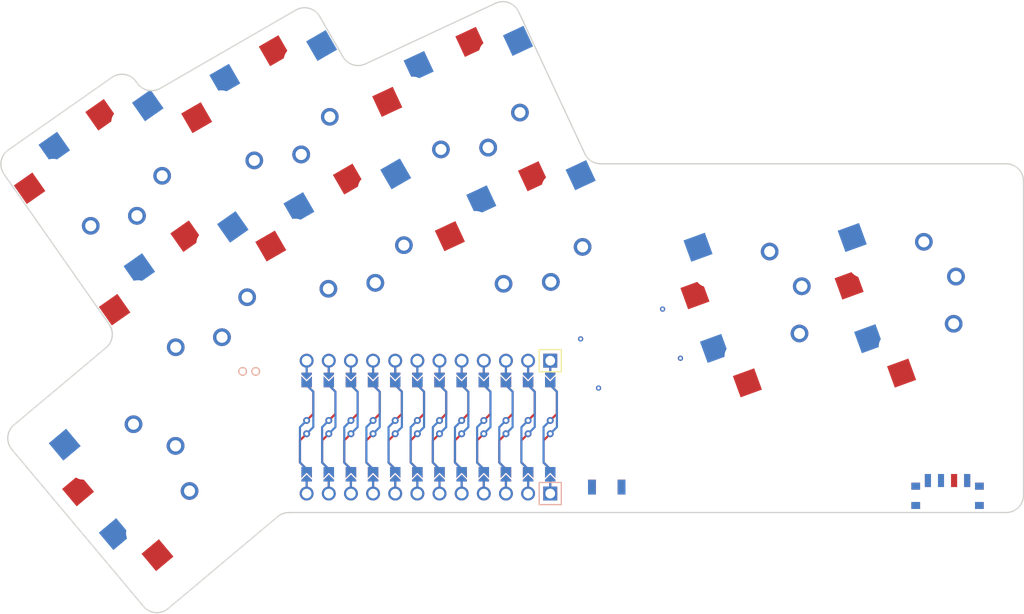
<source format=kicad_pcb>

            
(kicad_pcb (version 20171130) (host pcbnew 5.1.6)

  (page A3)
  (title_block
    (title piano)
    (rev v1.0.0)
    (company Unknown)
  )

  (general
    (thickness 1.6)
  )

  (layers
    (0 F.Cu signal)
    (31 B.Cu signal)
    (32 B.Adhes user)
    (33 F.Adhes user)
    (34 B.Paste user)
    (35 F.Paste user)
    (36 B.SilkS user)
    (37 F.SilkS user)
    (38 B.Mask user)
    (39 F.Mask user)
    (40 Dwgs.User user)
    (41 Cmts.User user)
    (42 Eco1.User user)
    (43 Eco2.User user)
    (44 Edge.Cuts user)
    (45 Margin user)
    (46 B.CrtYd user)
    (47 F.CrtYd user)
    (48 B.Fab user)
    (49 F.Fab user)
  )

  (setup
    (last_trace_width 0.25)
    (trace_clearance 0.2)
    (zone_clearance 0.508)
    (zone_45_only no)
    (trace_min 0.2)
    (via_size 0.8)
    (via_drill 0.4)
    (via_min_size 0.4)
    (via_min_drill 0.3)
    (uvia_size 0.3)
    (uvia_drill 0.1)
    (uvias_allowed no)
    (uvia_min_size 0.2)
    (uvia_min_drill 0.1)
    (edge_width 0.05)
    (segment_width 0.2)
    (pcb_text_width 0.3)
    (pcb_text_size 1.5 1.5)
    (mod_edge_width 0.12)
    (mod_text_size 1 1)
    (mod_text_width 0.15)
    (pad_size 1.524 1.524)
    (pad_drill 0.762)
    (pad_to_mask_clearance 0.05)
    (aux_axis_origin 0 0)
    (visible_elements FFFFFF7F)
    (pcbplotparams
      (layerselection 0x010fc_ffffffff)
      (usegerberextensions false)
      (usegerberattributes true)
      (usegerberadvancedattributes true)
      (creategerberjobfile true)
      (excludeedgelayer true)
      (linewidth 0.100000)
      (plotframeref false)
      (viasonmask false)
      (mode 1)
      (useauxorigin false)
      (hpglpennumber 1)
      (hpglpenspeed 20)
      (hpglpendiameter 15.000000)
      (psnegative false)
      (psa4output false)
      (plotreference true)
      (plotvalue true)
      (plotinvisibletext false)
      (padsonsilk false)
      (subtractmaskfromsilk false)
      (outputformat 1)
      (mirror false)
      (drillshape 1)
      (scaleselection 1)
      (outputdirectory ""))
  )

            (net 0 "")
(net 1 "P10")
(net 2 "GND")
(net 3 "P9")
(net 4 "P8")
(net 5 "P15")
(net 6 "P14")
(net 7 "P4")
(net 8 "P5")
(net 9 "P0")
(net 10 "P1")
(net 11 "RAW")
(net 12 "RST")
(net 13 "VCC")
(net 14 "P21")
(net 15 "P20")
(net 16 "P19")
(net 17 "P18")
(net 18 "P16")
(net 19 "P2")
(net 20 "P3")
(net 21 "P6")
(net 22 "P7")
(net 23 "pos")
            
  (net_class Default "This is the default net class."
    (clearance 0.2)
    (trace_width 0.25)
    (via_dia 0.8)
    (via_drill 0.4)
    (uvia_dia 0.3)
    (uvia_drill 0.1)
    (add_net "")
(add_net "P10")
(add_net "GND")
(add_net "P9")
(add_net "P8")
(add_net "P15")
(add_net "P14")
(add_net "P4")
(add_net "P5")
(add_net "P0")
(add_net "P1")
(add_net "RAW")
(add_net "RST")
(add_net "VCC")
(add_net "P21")
(add_net "P20")
(add_net "P19")
(add_net "P18")
(add_net "P16")
(add_net "P2")
(add_net "P3")
(add_net "P6")
(add_net "P7")
(add_net "pos")
  )

            
        
      (module PG1350 (layer F.Cu) (tedit 5DD50112)
      (at 0 0 130)

      
      (fp_text reference "S1" (at 0 0) (layer F.SilkS) hide (effects (font (size 1.27 1.27) (thickness 0.15))))
      (fp_text value "" (at 0 0) (layer F.SilkS) hide (effects (font (size 1.27 1.27) (thickness 0.15))))

      
      (fp_line (start -7 -6) (end -7 -7) (layer Dwgs.User) (width 0.15))
      (fp_line (start -7 7) (end -6 7) (layer Dwgs.User) (width 0.15))
      (fp_line (start -6 -7) (end -7 -7) (layer Dwgs.User) (width 0.15))
      (fp_line (start -7 7) (end -7 6) (layer Dwgs.User) (width 0.15))
      (fp_line (start 7 6) (end 7 7) (layer Dwgs.User) (width 0.15))
      (fp_line (start 7 -7) (end 6 -7) (layer Dwgs.User) (width 0.15))
      (fp_line (start 6 7) (end 7 7) (layer Dwgs.User) (width 0.15))
      (fp_line (start 7 -7) (end 7 -6) (layer Dwgs.User) (width 0.15))      
      
      
      (pad "" np_thru_hole circle (at 0 0) (size 3.429 3.429) (drill 3.429) (layers *.Cu *.Mask))
        
      
      (pad "" np_thru_hole circle (at 5.5 0) (size 1.7018 1.7018) (drill 1.7018) (layers *.Cu *.Mask))
      (pad "" np_thru_hole circle (at -5.5 0) (size 1.7018 1.7018) (drill 1.7018) (layers *.Cu *.Mask))
      
        
      
      (fp_line (start -9 -8.5) (end 9 -8.5) (layer Dwgs.User) (width 0.15))
      (fp_line (start 9 -8.5) (end 9 8.5) (layer Dwgs.User) (width 0.15))
      (fp_line (start 9 8.5) (end -9 8.5) (layer Dwgs.User) (width 0.15))
      (fp_line (start -9 8.5) (end -9 -8.5) (layer Dwgs.User) (width 0.15))
      
        
          
          (pad "" np_thru_hole circle (at 5 -3.75) (size 3 3) (drill 3) (layers *.Cu *.Mask))
          (pad "" np_thru_hole circle (at 0 -5.95) (size 3 3) (drill 3) (layers *.Cu *.Mask))
      
          
          (pad 1 smd rect (at -3.275 -5.95 130) (size 2.6 2.6) (layers B.Cu B.Paste B.Mask)  (net 1 "P10"))
          (pad 2 smd rect (at 8.275 -3.75 130) (size 2.6 2.6) (layers B.Cu B.Paste B.Mask)  (net 2 "GND"))
        
        
          
          (pad "" np_thru_hole circle (at -5 -3.75) (size 3 3) (drill 3) (layers *.Cu *.Mask))
          (pad "" np_thru_hole circle (at 0 -5.95) (size 3 3) (drill 3) (layers *.Cu *.Mask))
      
          
          (pad 1 smd rect (at 3.275 -5.95 130) (size 2.6 2.6) (layers F.Cu F.Paste F.Mask)  (net 1 "P10"))
          (pad 2 smd rect (at -8.275 -3.75 130) (size 2.6 2.6) (layers F.Cu F.Paste F.Mask)  (net 2 "GND"))
        )
        

        
      (module PG1350 (layer F.Cu) (tedit 5DD50112)
      (at 0 0 310)

      
      (fp_text reference "S2" (at 0 0) (layer F.SilkS) hide (effects (font (size 1.27 1.27) (thickness 0.15))))
      (fp_text value "" (at 0 0) (layer F.SilkS) hide (effects (font (size 1.27 1.27) (thickness 0.15))))

      
      (fp_line (start -7 -6) (end -7 -7) (layer Dwgs.User) (width 0.15))
      (fp_line (start -7 7) (end -6 7) (layer Dwgs.User) (width 0.15))
      (fp_line (start -6 -7) (end -7 -7) (layer Dwgs.User) (width 0.15))
      (fp_line (start -7 7) (end -7 6) (layer Dwgs.User) (width 0.15))
      (fp_line (start 7 6) (end 7 7) (layer Dwgs.User) (width 0.15))
      (fp_line (start 7 -7) (end 6 -7) (layer Dwgs.User) (width 0.15))
      (fp_line (start 6 7) (end 7 7) (layer Dwgs.User) (width 0.15))
      (fp_line (start 7 -7) (end 7 -6) (layer Dwgs.User) (width 0.15))      
      
      
      (pad "" np_thru_hole circle (at 0 0) (size 3.429 3.429) (drill 3.429) (layers *.Cu *.Mask))
        
      
      (pad "" np_thru_hole circle (at 5.5 0) (size 1.7018 1.7018) (drill 1.7018) (layers *.Cu *.Mask))
      (pad "" np_thru_hole circle (at -5.5 0) (size 1.7018 1.7018) (drill 1.7018) (layers *.Cu *.Mask))
      
        
      
      (fp_line (start -9 -8.5) (end 9 -8.5) (layer Dwgs.User) (width 0.15))
      (fp_line (start 9 -8.5) (end 9 8.5) (layer Dwgs.User) (width 0.15))
      (fp_line (start 9 8.5) (end -9 8.5) (layer Dwgs.User) (width 0.15))
      (fp_line (start -9 8.5) (end -9 -8.5) (layer Dwgs.User) (width 0.15))
      
        
            
            (pad 1 thru_hole circle (at 5 -3.8) (size 2.032 2.032) (drill 1.27) (layers *.Cu *.Mask) (net 1 "P10"))
            (pad 2 thru_hole circle (at 0 -5.9) (size 2.032 2.032) (drill 1.27) (layers *.Cu *.Mask) (net 2 "GND"))
          
        
            
            (pad 1 thru_hole circle (at -5 -3.8) (size 2.032 2.032) (drill 1.27) (layers *.Cu *.Mask) (net 1 "P10"))
            (pad 2 thru_hole circle (at -0 -5.9) (size 2.032 2.032) (drill 1.27) (layers *.Cu *.Mask) (net 2 "GND"))
          )
        

        
      (module PG1350 (layer F.Cu) (tedit 5DD50112)
      (at 6.4583709 -21.0841041 35)

      
      (fp_text reference "S3" (at 0 0) (layer F.SilkS) hide (effects (font (size 1.27 1.27) (thickness 0.15))))
      (fp_text value "" (at 0 0) (layer F.SilkS) hide (effects (font (size 1.27 1.27) (thickness 0.15))))

      
      (fp_line (start -7 -6) (end -7 -7) (layer Dwgs.User) (width 0.15))
      (fp_line (start -7 7) (end -6 7) (layer Dwgs.User) (width 0.15))
      (fp_line (start -6 -7) (end -7 -7) (layer Dwgs.User) (width 0.15))
      (fp_line (start -7 7) (end -7 6) (layer Dwgs.User) (width 0.15))
      (fp_line (start 7 6) (end 7 7) (layer Dwgs.User) (width 0.15))
      (fp_line (start 7 -7) (end 6 -7) (layer Dwgs.User) (width 0.15))
      (fp_line (start 6 7) (end 7 7) (layer Dwgs.User) (width 0.15))
      (fp_line (start 7 -7) (end 7 -6) (layer Dwgs.User) (width 0.15))      
      
      
      (pad "" np_thru_hole circle (at 0 0) (size 3.429 3.429) (drill 3.429) (layers *.Cu *.Mask))
        
      
      (pad "" np_thru_hole circle (at 5.5 0) (size 1.7018 1.7018) (drill 1.7018) (layers *.Cu *.Mask))
      (pad "" np_thru_hole circle (at -5.5 0) (size 1.7018 1.7018) (drill 1.7018) (layers *.Cu *.Mask))
      
        
      
      (fp_line (start -9 -8.5) (end 9 -8.5) (layer Dwgs.User) (width 0.15))
      (fp_line (start 9 -8.5) (end 9 8.5) (layer Dwgs.User) (width 0.15))
      (fp_line (start 9 8.5) (end -9 8.5) (layer Dwgs.User) (width 0.15))
      (fp_line (start -9 8.5) (end -9 -8.5) (layer Dwgs.User) (width 0.15))
      
        
          
          (pad "" np_thru_hole circle (at 5 -3.75) (size 3 3) (drill 3) (layers *.Cu *.Mask))
          (pad "" np_thru_hole circle (at 0 -5.95) (size 3 3) (drill 3) (layers *.Cu *.Mask))
      
          
          (pad 1 smd rect (at -3.275 -5.95 35) (size 2.6 2.6) (layers B.Cu B.Paste B.Mask)  (net 3 "P9"))
          (pad 2 smd rect (at 8.275 -3.75 35) (size 2.6 2.6) (layers B.Cu B.Paste B.Mask)  (net 2 "GND"))
        
        
          
          (pad "" np_thru_hole circle (at -5 -3.75) (size 3 3) (drill 3) (layers *.Cu *.Mask))
          (pad "" np_thru_hole circle (at 0 -5.95) (size 3 3) (drill 3) (layers *.Cu *.Mask))
      
          
          (pad 1 smd rect (at 3.275 -5.95 35) (size 2.6 2.6) (layers F.Cu F.Paste F.Mask)  (net 3 "P9"))
          (pad 2 smd rect (at -8.275 -3.75 35) (size 2.6 2.6) (layers F.Cu F.Paste F.Mask)  (net 2 "GND"))
        )
        

        
      (module PG1350 (layer F.Cu) (tedit 5DD50112)
      (at 6.4583709 -21.0841041 215)

      
      (fp_text reference "S4" (at 0 0) (layer F.SilkS) hide (effects (font (size 1.27 1.27) (thickness 0.15))))
      (fp_text value "" (at 0 0) (layer F.SilkS) hide (effects (font (size 1.27 1.27) (thickness 0.15))))

      
      (fp_line (start -7 -6) (end -7 -7) (layer Dwgs.User) (width 0.15))
      (fp_line (start -7 7) (end -6 7) (layer Dwgs.User) (width 0.15))
      (fp_line (start -6 -7) (end -7 -7) (layer Dwgs.User) (width 0.15))
      (fp_line (start -7 7) (end -7 6) (layer Dwgs.User) (width 0.15))
      (fp_line (start 7 6) (end 7 7) (layer Dwgs.User) (width 0.15))
      (fp_line (start 7 -7) (end 6 -7) (layer Dwgs.User) (width 0.15))
      (fp_line (start 6 7) (end 7 7) (layer Dwgs.User) (width 0.15))
      (fp_line (start 7 -7) (end 7 -6) (layer Dwgs.User) (width 0.15))      
      
      
      (pad "" np_thru_hole circle (at 0 0) (size 3.429 3.429) (drill 3.429) (layers *.Cu *.Mask))
        
      
      (pad "" np_thru_hole circle (at 5.5 0) (size 1.7018 1.7018) (drill 1.7018) (layers *.Cu *.Mask))
      (pad "" np_thru_hole circle (at -5.5 0) (size 1.7018 1.7018) (drill 1.7018) (layers *.Cu *.Mask))
      
        
      
      (fp_line (start -9 -8.5) (end 9 -8.5) (layer Dwgs.User) (width 0.15))
      (fp_line (start 9 -8.5) (end 9 8.5) (layer Dwgs.User) (width 0.15))
      (fp_line (start 9 8.5) (end -9 8.5) (layer Dwgs.User) (width 0.15))
      (fp_line (start -9 8.5) (end -9 -8.5) (layer Dwgs.User) (width 0.15))
      
        
            
            (pad 1 thru_hole circle (at 5 -3.8) (size 2.032 2.032) (drill 1.27) (layers *.Cu *.Mask) (net 3 "P9"))
            (pad 2 thru_hole circle (at 0 -5.9) (size 2.032 2.032) (drill 1.27) (layers *.Cu *.Mask) (net 2 "GND"))
          
        
            
            (pad 1 thru_hole circle (at -5 -3.8) (size 2.032 2.032) (drill 1.27) (layers *.Cu *.Mask) (net 3 "P9"))
            (pad 2 thru_hole circle (at -0 -5.9) (size 2.032 2.032) (drill 1.27) (layers *.Cu *.Mask) (net 2 "GND"))
          )
        

        
      (module PG1350 (layer F.Cu) (tedit 5DD50112)
      (at -3.292428599999999 -35.0096888 35)

      
      (fp_text reference "S5" (at 0 0) (layer F.SilkS) hide (effects (font (size 1.27 1.27) (thickness 0.15))))
      (fp_text value "" (at 0 0) (layer F.SilkS) hide (effects (font (size 1.27 1.27) (thickness 0.15))))

      
      (fp_line (start -7 -6) (end -7 -7) (layer Dwgs.User) (width 0.15))
      (fp_line (start -7 7) (end -6 7) (layer Dwgs.User) (width 0.15))
      (fp_line (start -6 -7) (end -7 -7) (layer Dwgs.User) (width 0.15))
      (fp_line (start -7 7) (end -7 6) (layer Dwgs.User) (width 0.15))
      (fp_line (start 7 6) (end 7 7) (layer Dwgs.User) (width 0.15))
      (fp_line (start 7 -7) (end 6 -7) (layer Dwgs.User) (width 0.15))
      (fp_line (start 6 7) (end 7 7) (layer Dwgs.User) (width 0.15))
      (fp_line (start 7 -7) (end 7 -6) (layer Dwgs.User) (width 0.15))      
      
      
      (pad "" np_thru_hole circle (at 0 0) (size 3.429 3.429) (drill 3.429) (layers *.Cu *.Mask))
        
      
      (pad "" np_thru_hole circle (at 5.5 0) (size 1.7018 1.7018) (drill 1.7018) (layers *.Cu *.Mask))
      (pad "" np_thru_hole circle (at -5.5 0) (size 1.7018 1.7018) (drill 1.7018) (layers *.Cu *.Mask))
      
        
      
      (fp_line (start -9 -8.5) (end 9 -8.5) (layer Dwgs.User) (width 0.15))
      (fp_line (start 9 -8.5) (end 9 8.5) (layer Dwgs.User) (width 0.15))
      (fp_line (start 9 8.5) (end -9 8.5) (layer Dwgs.User) (width 0.15))
      (fp_line (start -9 8.5) (end -9 -8.5) (layer Dwgs.User) (width 0.15))
      
        
          
          (pad "" np_thru_hole circle (at 5 -3.75) (size 3 3) (drill 3) (layers *.Cu *.Mask))
          (pad "" np_thru_hole circle (at 0 -5.95) (size 3 3) (drill 3) (layers *.Cu *.Mask))
      
          
          (pad 1 smd rect (at -3.275 -5.95 35) (size 2.6 2.6) (layers B.Cu B.Paste B.Mask)  (net 4 "P8"))
          (pad 2 smd rect (at 8.275 -3.75 35) (size 2.6 2.6) (layers B.Cu B.Paste B.Mask)  (net 2 "GND"))
        
        
          
          (pad "" np_thru_hole circle (at -5 -3.75) (size 3 3) (drill 3) (layers *.Cu *.Mask))
          (pad "" np_thru_hole circle (at 0 -5.95) (size 3 3) (drill 3) (layers *.Cu *.Mask))
      
          
          (pad 1 smd rect (at 3.275 -5.95 35) (size 2.6 2.6) (layers F.Cu F.Paste F.Mask)  (net 4 "P8"))
          (pad 2 smd rect (at -8.275 -3.75 35) (size 2.6 2.6) (layers F.Cu F.Paste F.Mask)  (net 2 "GND"))
        )
        

        
      (module PG1350 (layer F.Cu) (tedit 5DD50112)
      (at -3.292428599999999 -35.0096888 215)

      
      (fp_text reference "S6" (at 0 0) (layer F.SilkS) hide (effects (font (size 1.27 1.27) (thickness 0.15))))
      (fp_text value "" (at 0 0) (layer F.SilkS) hide (effects (font (size 1.27 1.27) (thickness 0.15))))

      
      (fp_line (start -7 -6) (end -7 -7) (layer Dwgs.User) (width 0.15))
      (fp_line (start -7 7) (end -6 7) (layer Dwgs.User) (width 0.15))
      (fp_line (start -6 -7) (end -7 -7) (layer Dwgs.User) (width 0.15))
      (fp_line (start -7 7) (end -7 6) (layer Dwgs.User) (width 0.15))
      (fp_line (start 7 6) (end 7 7) (layer Dwgs.User) (width 0.15))
      (fp_line (start 7 -7) (end 6 -7) (layer Dwgs.User) (width 0.15))
      (fp_line (start 6 7) (end 7 7) (layer Dwgs.User) (width 0.15))
      (fp_line (start 7 -7) (end 7 -6) (layer Dwgs.User) (width 0.15))      
      
      
      (pad "" np_thru_hole circle (at 0 0) (size 3.429 3.429) (drill 3.429) (layers *.Cu *.Mask))
        
      
      (pad "" np_thru_hole circle (at 5.5 0) (size 1.7018 1.7018) (drill 1.7018) (layers *.Cu *.Mask))
      (pad "" np_thru_hole circle (at -5.5 0) (size 1.7018 1.7018) (drill 1.7018) (layers *.Cu *.Mask))
      
        
      
      (fp_line (start -9 -8.5) (end 9 -8.5) (layer Dwgs.User) (width 0.15))
      (fp_line (start 9 -8.5) (end 9 8.5) (layer Dwgs.User) (width 0.15))
      (fp_line (start 9 8.5) (end -9 8.5) (layer Dwgs.User) (width 0.15))
      (fp_line (start -9 8.5) (end -9 -8.5) (layer Dwgs.User) (width 0.15))
      
        
            
            (pad 1 thru_hole circle (at 5 -3.8) (size 2.032 2.032) (drill 1.27) (layers *.Cu *.Mask) (net 4 "P8"))
            (pad 2 thru_hole circle (at 0 -5.9) (size 2.032 2.032) (drill 1.27) (layers *.Cu *.Mask) (net 2 "GND"))
          
        
            
            (pad 1 thru_hole circle (at -5 -3.8) (size 2.032 2.032) (drill 1.27) (layers *.Cu *.Mask) (net 4 "P8"))
            (pad 2 thru_hole circle (at -0 -5.9) (size 2.032 2.032) (drill 1.27) (layers *.Cu *.Mask) (net 2 "GND"))
          )
        

        
      (module PG1350 (layer F.Cu) (tedit 5DD50112)
      (at 24.480565900000002 -27.599508 30)

      
      (fp_text reference "S7" (at 0 0) (layer F.SilkS) hide (effects (font (size 1.27 1.27) (thickness 0.15))))
      (fp_text value "" (at 0 0) (layer F.SilkS) hide (effects (font (size 1.27 1.27) (thickness 0.15))))

      
      (fp_line (start -7 -6) (end -7 -7) (layer Dwgs.User) (width 0.15))
      (fp_line (start -7 7) (end -6 7) (layer Dwgs.User) (width 0.15))
      (fp_line (start -6 -7) (end -7 -7) (layer Dwgs.User) (width 0.15))
      (fp_line (start -7 7) (end -7 6) (layer Dwgs.User) (width 0.15))
      (fp_line (start 7 6) (end 7 7) (layer Dwgs.User) (width 0.15))
      (fp_line (start 7 -7) (end 6 -7) (layer Dwgs.User) (width 0.15))
      (fp_line (start 6 7) (end 7 7) (layer Dwgs.User) (width 0.15))
      (fp_line (start 7 -7) (end 7 -6) (layer Dwgs.User) (width 0.15))      
      
      
      (pad "" np_thru_hole circle (at 0 0) (size 3.429 3.429) (drill 3.429) (layers *.Cu *.Mask))
        
      
      (pad "" np_thru_hole circle (at 5.5 0) (size 1.7018 1.7018) (drill 1.7018) (layers *.Cu *.Mask))
      (pad "" np_thru_hole circle (at -5.5 0) (size 1.7018 1.7018) (drill 1.7018) (layers *.Cu *.Mask))
      
        
      
      (fp_line (start -9 -8.5) (end 9 -8.5) (layer Dwgs.User) (width 0.15))
      (fp_line (start 9 -8.5) (end 9 8.5) (layer Dwgs.User) (width 0.15))
      (fp_line (start 9 8.5) (end -9 8.5) (layer Dwgs.User) (width 0.15))
      (fp_line (start -9 8.5) (end -9 -8.5) (layer Dwgs.User) (width 0.15))
      
        
          
          (pad "" np_thru_hole circle (at 5 -3.75) (size 3 3) (drill 3) (layers *.Cu *.Mask))
          (pad "" np_thru_hole circle (at 0 -5.95) (size 3 3) (drill 3) (layers *.Cu *.Mask))
      
          
          (pad 1 smd rect (at -3.275 -5.95 30) (size 2.6 2.6) (layers B.Cu B.Paste B.Mask)  (net 5 "P15"))
          (pad 2 smd rect (at 8.275 -3.75 30) (size 2.6 2.6) (layers B.Cu B.Paste B.Mask)  (net 2 "GND"))
        
        
          
          (pad "" np_thru_hole circle (at -5 -3.75) (size 3 3) (drill 3) (layers *.Cu *.Mask))
          (pad "" np_thru_hole circle (at 0 -5.95) (size 3 3) (drill 3) (layers *.Cu *.Mask))
      
          
          (pad 1 smd rect (at 3.275 -5.95 30) (size 2.6 2.6) (layers F.Cu F.Paste F.Mask)  (net 5 "P15"))
          (pad 2 smd rect (at -8.275 -3.75 30) (size 2.6 2.6) (layers F.Cu F.Paste F.Mask)  (net 2 "GND"))
        )
        

        
      (module PG1350 (layer F.Cu) (tedit 5DD50112)
      (at 24.480565900000002 -27.599508 210)

      
      (fp_text reference "S8" (at 0 0) (layer F.SilkS) hide (effects (font (size 1.27 1.27) (thickness 0.15))))
      (fp_text value "" (at 0 0) (layer F.SilkS) hide (effects (font (size 1.27 1.27) (thickness 0.15))))

      
      (fp_line (start -7 -6) (end -7 -7) (layer Dwgs.User) (width 0.15))
      (fp_line (start -7 7) (end -6 7) (layer Dwgs.User) (width 0.15))
      (fp_line (start -6 -7) (end -7 -7) (layer Dwgs.User) (width 0.15))
      (fp_line (start -7 7) (end -7 6) (layer Dwgs.User) (width 0.15))
      (fp_line (start 7 6) (end 7 7) (layer Dwgs.User) (width 0.15))
      (fp_line (start 7 -7) (end 6 -7) (layer Dwgs.User) (width 0.15))
      (fp_line (start 6 7) (end 7 7) (layer Dwgs.User) (width 0.15))
      (fp_line (start 7 -7) (end 7 -6) (layer Dwgs.User) (width 0.15))      
      
      
      (pad "" np_thru_hole circle (at 0 0) (size 3.429 3.429) (drill 3.429) (layers *.Cu *.Mask))
        
      
      (pad "" np_thru_hole circle (at 5.5 0) (size 1.7018 1.7018) (drill 1.7018) (layers *.Cu *.Mask))
      (pad "" np_thru_hole circle (at -5.5 0) (size 1.7018 1.7018) (drill 1.7018) (layers *.Cu *.Mask))
      
        
      
      (fp_line (start -9 -8.5) (end 9 -8.5) (layer Dwgs.User) (width 0.15))
      (fp_line (start 9 -8.5) (end 9 8.5) (layer Dwgs.User) (width 0.15))
      (fp_line (start 9 8.5) (end -9 8.5) (layer Dwgs.User) (width 0.15))
      (fp_line (start -9 8.5) (end -9 -8.5) (layer Dwgs.User) (width 0.15))
      
        
            
            (pad 1 thru_hole circle (at 5 -3.8) (size 2.032 2.032) (drill 1.27) (layers *.Cu *.Mask) (net 5 "P15"))
            (pad 2 thru_hole circle (at 0 -5.9) (size 2.032 2.032) (drill 1.27) (layers *.Cu *.Mask) (net 2 "GND"))
          
        
            
            (pad 1 thru_hole circle (at -5 -3.8) (size 2.032 2.032) (drill 1.27) (layers *.Cu *.Mask) (net 5 "P15"))
            (pad 2 thru_hole circle (at -0 -5.9) (size 2.032 2.032) (drill 1.27) (layers *.Cu *.Mask) (net 2 "GND"))
          )
        

        
      (module PG1350 (layer F.Cu) (tedit 5DD50112)
      (at 15.980565900000002 -42.3219398 30)

      
      (fp_text reference "S9" (at 0 0) (layer F.SilkS) hide (effects (font (size 1.27 1.27) (thickness 0.15))))
      (fp_text value "" (at 0 0) (layer F.SilkS) hide (effects (font (size 1.27 1.27) (thickness 0.15))))

      
      (fp_line (start -7 -6) (end -7 -7) (layer Dwgs.User) (width 0.15))
      (fp_line (start -7 7) (end -6 7) (layer Dwgs.User) (width 0.15))
      (fp_line (start -6 -7) (end -7 -7) (layer Dwgs.User) (width 0.15))
      (fp_line (start -7 7) (end -7 6) (layer Dwgs.User) (width 0.15))
      (fp_line (start 7 6) (end 7 7) (layer Dwgs.User) (width 0.15))
      (fp_line (start 7 -7) (end 6 -7) (layer Dwgs.User) (width 0.15))
      (fp_line (start 6 7) (end 7 7) (layer Dwgs.User) (width 0.15))
      (fp_line (start 7 -7) (end 7 -6) (layer Dwgs.User) (width 0.15))      
      
      
      (pad "" np_thru_hole circle (at 0 0) (size 3.429 3.429) (drill 3.429) (layers *.Cu *.Mask))
        
      
      (pad "" np_thru_hole circle (at 5.5 0) (size 1.7018 1.7018) (drill 1.7018) (layers *.Cu *.Mask))
      (pad "" np_thru_hole circle (at -5.5 0) (size 1.7018 1.7018) (drill 1.7018) (layers *.Cu *.Mask))
      
        
      
      (fp_line (start -9 -8.5) (end 9 -8.5) (layer Dwgs.User) (width 0.15))
      (fp_line (start 9 -8.5) (end 9 8.5) (layer Dwgs.User) (width 0.15))
      (fp_line (start 9 8.5) (end -9 8.5) (layer Dwgs.User) (width 0.15))
      (fp_line (start -9 8.5) (end -9 -8.5) (layer Dwgs.User) (width 0.15))
      
        
          
          (pad "" np_thru_hole circle (at 5 -3.75) (size 3 3) (drill 3) (layers *.Cu *.Mask))
          (pad "" np_thru_hole circle (at 0 -5.95) (size 3 3) (drill 3) (layers *.Cu *.Mask))
      
          
          (pad 1 smd rect (at -3.275 -5.95 30) (size 2.6 2.6) (layers B.Cu B.Paste B.Mask)  (net 6 "P14"))
          (pad 2 smd rect (at 8.275 -3.75 30) (size 2.6 2.6) (layers B.Cu B.Paste B.Mask)  (net 2 "GND"))
        
        
          
          (pad "" np_thru_hole circle (at -5 -3.75) (size 3 3) (drill 3) (layers *.Cu *.Mask))
          (pad "" np_thru_hole circle (at 0 -5.95) (size 3 3) (drill 3) (layers *.Cu *.Mask))
      
          
          (pad 1 smd rect (at 3.275 -5.95 30) (size 2.6 2.6) (layers F.Cu F.Paste F.Mask)  (net 6 "P14"))
          (pad 2 smd rect (at -8.275 -3.75 30) (size 2.6 2.6) (layers F.Cu F.Paste F.Mask)  (net 2 "GND"))
        )
        

        
      (module PG1350 (layer F.Cu) (tedit 5DD50112)
      (at 15.980565900000002 -42.3219398 210)

      
      (fp_text reference "S10" (at 0 0) (layer F.SilkS) hide (effects (font (size 1.27 1.27) (thickness 0.15))))
      (fp_text value "" (at 0 0) (layer F.SilkS) hide (effects (font (size 1.27 1.27) (thickness 0.15))))

      
      (fp_line (start -7 -6) (end -7 -7) (layer Dwgs.User) (width 0.15))
      (fp_line (start -7 7) (end -6 7) (layer Dwgs.User) (width 0.15))
      (fp_line (start -6 -7) (end -7 -7) (layer Dwgs.User) (width 0.15))
      (fp_line (start -7 7) (end -7 6) (layer Dwgs.User) (width 0.15))
      (fp_line (start 7 6) (end 7 7) (layer Dwgs.User) (width 0.15))
      (fp_line (start 7 -7) (end 6 -7) (layer Dwgs.User) (width 0.15))
      (fp_line (start 6 7) (end 7 7) (layer Dwgs.User) (width 0.15))
      (fp_line (start 7 -7) (end 7 -6) (layer Dwgs.User) (width 0.15))      
      
      
      (pad "" np_thru_hole circle (at 0 0) (size 3.429 3.429) (drill 3.429) (layers *.Cu *.Mask))
        
      
      (pad "" np_thru_hole circle (at 5.5 0) (size 1.7018 1.7018) (drill 1.7018) (layers *.Cu *.Mask))
      (pad "" np_thru_hole circle (at -5.5 0) (size 1.7018 1.7018) (drill 1.7018) (layers *.Cu *.Mask))
      
        
      
      (fp_line (start -9 -8.5) (end 9 -8.5) (layer Dwgs.User) (width 0.15))
      (fp_line (start 9 -8.5) (end 9 8.5) (layer Dwgs.User) (width 0.15))
      (fp_line (start 9 8.5) (end -9 8.5) (layer Dwgs.User) (width 0.15))
      (fp_line (start -9 8.5) (end -9 -8.5) (layer Dwgs.User) (width 0.15))
      
        
            
            (pad 1 thru_hole circle (at 5 -3.8) (size 2.032 2.032) (drill 1.27) (layers *.Cu *.Mask) (net 6 "P14"))
            (pad 2 thru_hole circle (at 0 -5.9) (size 2.032 2.032) (drill 1.27) (layers *.Cu *.Mask) (net 2 "GND"))
          
        
            
            (pad 1 thru_hole circle (at -5 -3.8) (size 2.032 2.032) (drill 1.27) (layers *.Cu *.Mask) (net 6 "P14"))
            (pad 2 thru_hole circle (at -0 -5.9) (size 2.032 2.032) (drill 1.27) (layers *.Cu *.Mask) (net 2 "GND"))
          )
        

        
      (module PG1350 (layer F.Cu) (tedit 5DD50112)
      (at 45.0690231 -27.939254000000002 25)

      
      (fp_text reference "S11" (at 0 0) (layer F.SilkS) hide (effects (font (size 1.27 1.27) (thickness 0.15))))
      (fp_text value "" (at 0 0) (layer F.SilkS) hide (effects (font (size 1.27 1.27) (thickness 0.15))))

      
      (fp_line (start -7 -6) (end -7 -7) (layer Dwgs.User) (width 0.15))
      (fp_line (start -7 7) (end -6 7) (layer Dwgs.User) (width 0.15))
      (fp_line (start -6 -7) (end -7 -7) (layer Dwgs.User) (width 0.15))
      (fp_line (start -7 7) (end -7 6) (layer Dwgs.User) (width 0.15))
      (fp_line (start 7 6) (end 7 7) (layer Dwgs.User) (width 0.15))
      (fp_line (start 7 -7) (end 6 -7) (layer Dwgs.User) (width 0.15))
      (fp_line (start 6 7) (end 7 7) (layer Dwgs.User) (width 0.15))
      (fp_line (start 7 -7) (end 7 -6) (layer Dwgs.User) (width 0.15))      
      
      
      (pad "" np_thru_hole circle (at 0 0) (size 3.429 3.429) (drill 3.429) (layers *.Cu *.Mask))
        
      
      (pad "" np_thru_hole circle (at 5.5 0) (size 1.7018 1.7018) (drill 1.7018) (layers *.Cu *.Mask))
      (pad "" np_thru_hole circle (at -5.5 0) (size 1.7018 1.7018) (drill 1.7018) (layers *.Cu *.Mask))
      
        
      
      (fp_line (start -9 -8.5) (end 9 -8.5) (layer Dwgs.User) (width 0.15))
      (fp_line (start 9 -8.5) (end 9 8.5) (layer Dwgs.User) (width 0.15))
      (fp_line (start 9 8.5) (end -9 8.5) (layer Dwgs.User) (width 0.15))
      (fp_line (start -9 8.5) (end -9 -8.5) (layer Dwgs.User) (width 0.15))
      
        
          
          (pad "" np_thru_hole circle (at 5 -3.75) (size 3 3) (drill 3) (layers *.Cu *.Mask))
          (pad "" np_thru_hole circle (at 0 -5.95) (size 3 3) (drill 3) (layers *.Cu *.Mask))
      
          
          (pad 1 smd rect (at -3.275 -5.95 25) (size 2.6 2.6) (layers B.Cu B.Paste B.Mask)  (net 7 "P4"))
          (pad 2 smd rect (at 8.275 -3.75 25) (size 2.6 2.6) (layers B.Cu B.Paste B.Mask)  (net 2 "GND"))
        
        
          
          (pad "" np_thru_hole circle (at -5 -3.75) (size 3 3) (drill 3) (layers *.Cu *.Mask))
          (pad "" np_thru_hole circle (at 0 -5.95) (size 3 3) (drill 3) (layers *.Cu *.Mask))
      
          
          (pad 1 smd rect (at 3.275 -5.95 25) (size 2.6 2.6) (layers F.Cu F.Paste F.Mask)  (net 7 "P4"))
          (pad 2 smd rect (at -8.275 -3.75 25) (size 2.6 2.6) (layers F.Cu F.Paste F.Mask)  (net 2 "GND"))
        )
        

        
      (module PG1350 (layer F.Cu) (tedit 5DD50112)
      (at 45.0690231 -27.939254000000002 205)

      
      (fp_text reference "S12" (at 0 0) (layer F.SilkS) hide (effects (font (size 1.27 1.27) (thickness 0.15))))
      (fp_text value "" (at 0 0) (layer F.SilkS) hide (effects (font (size 1.27 1.27) (thickness 0.15))))

      
      (fp_line (start -7 -6) (end -7 -7) (layer Dwgs.User) (width 0.15))
      (fp_line (start -7 7) (end -6 7) (layer Dwgs.User) (width 0.15))
      (fp_line (start -6 -7) (end -7 -7) (layer Dwgs.User) (width 0.15))
      (fp_line (start -7 7) (end -7 6) (layer Dwgs.User) (width 0.15))
      (fp_line (start 7 6) (end 7 7) (layer Dwgs.User) (width 0.15))
      (fp_line (start 7 -7) (end 6 -7) (layer Dwgs.User) (width 0.15))
      (fp_line (start 6 7) (end 7 7) (layer Dwgs.User) (width 0.15))
      (fp_line (start 7 -7) (end 7 -6) (layer Dwgs.User) (width 0.15))      
      
      
      (pad "" np_thru_hole circle (at 0 0) (size 3.429 3.429) (drill 3.429) (layers *.Cu *.Mask))
        
      
      (pad "" np_thru_hole circle (at 5.5 0) (size 1.7018 1.7018) (drill 1.7018) (layers *.Cu *.Mask))
      (pad "" np_thru_hole circle (at -5.5 0) (size 1.7018 1.7018) (drill 1.7018) (layers *.Cu *.Mask))
      
        
      
      (fp_line (start -9 -8.5) (end 9 -8.5) (layer Dwgs.User) (width 0.15))
      (fp_line (start 9 -8.5) (end 9 8.5) (layer Dwgs.User) (width 0.15))
      (fp_line (start 9 8.5) (end -9 8.5) (layer Dwgs.User) (width 0.15))
      (fp_line (start -9 8.5) (end -9 -8.5) (layer Dwgs.User) (width 0.15))
      
        
            
            (pad 1 thru_hole circle (at 5 -3.8) (size 2.032 2.032) (drill 1.27) (layers *.Cu *.Mask) (net 7 "P4"))
            (pad 2 thru_hole circle (at 0 -5.9) (size 2.032 2.032) (drill 1.27) (layers *.Cu *.Mask) (net 2 "GND"))
          
        
            
            (pad 1 thru_hole circle (at -5 -3.8) (size 2.032 2.032) (drill 1.27) (layers *.Cu *.Mask) (net 7 "P4"))
            (pad 2 thru_hole circle (at -0 -5.9) (size 2.032 2.032) (drill 1.27) (layers *.Cu *.Mask) (net 2 "GND"))
          )
        

        
      (module PG1350 (layer F.Cu) (tedit 5DD50112)
      (at 37.8845126 -43.3464863 25)

      
      (fp_text reference "S13" (at 0 0) (layer F.SilkS) hide (effects (font (size 1.27 1.27) (thickness 0.15))))
      (fp_text value "" (at 0 0) (layer F.SilkS) hide (effects (font (size 1.27 1.27) (thickness 0.15))))

      
      (fp_line (start -7 -6) (end -7 -7) (layer Dwgs.User) (width 0.15))
      (fp_line (start -7 7) (end -6 7) (layer Dwgs.User) (width 0.15))
      (fp_line (start -6 -7) (end -7 -7) (layer Dwgs.User) (width 0.15))
      (fp_line (start -7 7) (end -7 6) (layer Dwgs.User) (width 0.15))
      (fp_line (start 7 6) (end 7 7) (layer Dwgs.User) (width 0.15))
      (fp_line (start 7 -7) (end 6 -7) (layer Dwgs.User) (width 0.15))
      (fp_line (start 6 7) (end 7 7) (layer Dwgs.User) (width 0.15))
      (fp_line (start 7 -7) (end 7 -6) (layer Dwgs.User) (width 0.15))      
      
      
      (pad "" np_thru_hole circle (at 0 0) (size 3.429 3.429) (drill 3.429) (layers *.Cu *.Mask))
        
      
      (pad "" np_thru_hole circle (at 5.5 0) (size 1.7018 1.7018) (drill 1.7018) (layers *.Cu *.Mask))
      (pad "" np_thru_hole circle (at -5.5 0) (size 1.7018 1.7018) (drill 1.7018) (layers *.Cu *.Mask))
      
        
      
      (fp_line (start -9 -8.5) (end 9 -8.5) (layer Dwgs.User) (width 0.15))
      (fp_line (start 9 -8.5) (end 9 8.5) (layer Dwgs.User) (width 0.15))
      (fp_line (start 9 8.5) (end -9 8.5) (layer Dwgs.User) (width 0.15))
      (fp_line (start -9 8.5) (end -9 -8.5) (layer Dwgs.User) (width 0.15))
      
        
          
          (pad "" np_thru_hole circle (at 5 -3.75) (size 3 3) (drill 3) (layers *.Cu *.Mask))
          (pad "" np_thru_hole circle (at 0 -5.95) (size 3 3) (drill 3) (layers *.Cu *.Mask))
      
          
          (pad 1 smd rect (at -3.275 -5.95 25) (size 2.6 2.6) (layers B.Cu B.Paste B.Mask)  (net 8 "P5"))
          (pad 2 smd rect (at 8.275 -3.75 25) (size 2.6 2.6) (layers B.Cu B.Paste B.Mask)  (net 2 "GND"))
        
        
          
          (pad "" np_thru_hole circle (at -5 -3.75) (size 3 3) (drill 3) (layers *.Cu *.Mask))
          (pad "" np_thru_hole circle (at 0 -5.95) (size 3 3) (drill 3) (layers *.Cu *.Mask))
      
          
          (pad 1 smd rect (at 3.275 -5.95 25) (size 2.6 2.6) (layers F.Cu F.Paste F.Mask)  (net 8 "P5"))
          (pad 2 smd rect (at -8.275 -3.75 25) (size 2.6 2.6) (layers F.Cu F.Paste F.Mask)  (net 2 "GND"))
        )
        

        
      (module PG1350 (layer F.Cu) (tedit 5DD50112)
      (at 37.8845126 -43.3464863 205)

      
      (fp_text reference "S14" (at 0 0) (layer F.SilkS) hide (effects (font (size 1.27 1.27) (thickness 0.15))))
      (fp_text value "" (at 0 0) (layer F.SilkS) hide (effects (font (size 1.27 1.27) (thickness 0.15))))

      
      (fp_line (start -7 -6) (end -7 -7) (layer Dwgs.User) (width 0.15))
      (fp_line (start -7 7) (end -6 7) (layer Dwgs.User) (width 0.15))
      (fp_line (start -6 -7) (end -7 -7) (layer Dwgs.User) (width 0.15))
      (fp_line (start -7 7) (end -7 6) (layer Dwgs.User) (width 0.15))
      (fp_line (start 7 6) (end 7 7) (layer Dwgs.User) (width 0.15))
      (fp_line (start 7 -7) (end 6 -7) (layer Dwgs.User) (width 0.15))
      (fp_line (start 6 7) (end 7 7) (layer Dwgs.User) (width 0.15))
      (fp_line (start 7 -7) (end 7 -6) (layer Dwgs.User) (width 0.15))      
      
      
      (pad "" np_thru_hole circle (at 0 0) (size 3.429 3.429) (drill 3.429) (layers *.Cu *.Mask))
        
      
      (pad "" np_thru_hole circle (at 5.5 0) (size 1.7018 1.7018) (drill 1.7018) (layers *.Cu *.Mask))
      (pad "" np_thru_hole circle (at -5.5 0) (size 1.7018 1.7018) (drill 1.7018) (layers *.Cu *.Mask))
      
        
      
      (fp_line (start -9 -8.5) (end 9 -8.5) (layer Dwgs.User) (width 0.15))
      (fp_line (start 9 -8.5) (end 9 8.5) (layer Dwgs.User) (width 0.15))
      (fp_line (start 9 8.5) (end -9 8.5) (layer Dwgs.User) (width 0.15))
      (fp_line (start -9 8.5) (end -9 -8.5) (layer Dwgs.User) (width 0.15))
      
        
            
            (pad 1 thru_hole circle (at 5 -3.8) (size 2.032 2.032) (drill 1.27) (layers *.Cu *.Mask) (net 8 "P5"))
            (pad 2 thru_hole circle (at 0 -5.9) (size 2.032 2.032) (drill 1.27) (layers *.Cu *.Mask) (net 2 "GND"))
          
        
            
            (pad 1 thru_hole circle (at -5 -3.8) (size 2.032 2.032) (drill 1.27) (layers *.Cu *.Mask) (net 8 "P5"))
            (pad 2 thru_hole circle (at -0 -5.9) (size 2.032 2.032) (drill 1.27) (layers *.Cu *.Mask) (net 2 "GND"))
          )
        

        
      (module PG1350 (layer F.Cu) (tedit 5DD50112)
      (at 70.8023076 -20.078079100000004 110)

      
      (fp_text reference "S15" (at 0 0) (layer F.SilkS) hide (effects (font (size 1.27 1.27) (thickness 0.15))))
      (fp_text value "" (at 0 0) (layer F.SilkS) hide (effects (font (size 1.27 1.27) (thickness 0.15))))

      
      (fp_line (start -7 -6) (end -7 -7) (layer Dwgs.User) (width 0.15))
      (fp_line (start -7 7) (end -6 7) (layer Dwgs.User) (width 0.15))
      (fp_line (start -6 -7) (end -7 -7) (layer Dwgs.User) (width 0.15))
      (fp_line (start -7 7) (end -7 6) (layer Dwgs.User) (width 0.15))
      (fp_line (start 7 6) (end 7 7) (layer Dwgs.User) (width 0.15))
      (fp_line (start 7 -7) (end 6 -7) (layer Dwgs.User) (width 0.15))
      (fp_line (start 6 7) (end 7 7) (layer Dwgs.User) (width 0.15))
      (fp_line (start 7 -7) (end 7 -6) (layer Dwgs.User) (width 0.15))      
      
      
      (pad "" np_thru_hole circle (at 0 0) (size 3.429 3.429) (drill 3.429) (layers *.Cu *.Mask))
        
      
      (pad "" np_thru_hole circle (at 5.5 0) (size 1.7018 1.7018) (drill 1.7018) (layers *.Cu *.Mask))
      (pad "" np_thru_hole circle (at -5.5 0) (size 1.7018 1.7018) (drill 1.7018) (layers *.Cu *.Mask))
      
        
      
      (fp_line (start -9 -8.5) (end 9 -8.5) (layer Dwgs.User) (width 0.15))
      (fp_line (start 9 -8.5) (end 9 8.5) (layer Dwgs.User) (width 0.15))
      (fp_line (start 9 8.5) (end -9 8.5) (layer Dwgs.User) (width 0.15))
      (fp_line (start -9 8.5) (end -9 -8.5) (layer Dwgs.User) (width 0.15))
      
        
          
          (pad "" np_thru_hole circle (at 5 -3.75) (size 3 3) (drill 3) (layers *.Cu *.Mask))
          (pad "" np_thru_hole circle (at 0 -5.95) (size 3 3) (drill 3) (layers *.Cu *.Mask))
      
          
          (pad 1 smd rect (at -3.275 -5.95 110) (size 2.6 2.6) (layers B.Cu B.Paste B.Mask)  (net 9 "P0"))
          (pad 2 smd rect (at 8.275 -3.75 110) (size 2.6 2.6) (layers B.Cu B.Paste B.Mask)  (net 2 "GND"))
        
        
          
          (pad "" np_thru_hole circle (at -5 -3.75) (size 3 3) (drill 3) (layers *.Cu *.Mask))
          (pad "" np_thru_hole circle (at 0 -5.95) (size 3 3) (drill 3) (layers *.Cu *.Mask))
      
          
          (pad 1 smd rect (at 3.275 -5.95 110) (size 2.6 2.6) (layers F.Cu F.Paste F.Mask)  (net 9 "P0"))
          (pad 2 smd rect (at -8.275 -3.75 110) (size 2.6 2.6) (layers F.Cu F.Paste F.Mask)  (net 2 "GND"))
        )
        

        
      (module PG1350 (layer F.Cu) (tedit 5DD50112)
      (at 70.8023076 -20.078079100000004 290)

      
      (fp_text reference "S16" (at 0 0) (layer F.SilkS) hide (effects (font (size 1.27 1.27) (thickness 0.15))))
      (fp_text value "" (at 0 0) (layer F.SilkS) hide (effects (font (size 1.27 1.27) (thickness 0.15))))

      
      (fp_line (start -7 -6) (end -7 -7) (layer Dwgs.User) (width 0.15))
      (fp_line (start -7 7) (end -6 7) (layer Dwgs.User) (width 0.15))
      (fp_line (start -6 -7) (end -7 -7) (layer Dwgs.User) (width 0.15))
      (fp_line (start -7 7) (end -7 6) (layer Dwgs.User) (width 0.15))
      (fp_line (start 7 6) (end 7 7) (layer Dwgs.User) (width 0.15))
      (fp_line (start 7 -7) (end 6 -7) (layer Dwgs.User) (width 0.15))
      (fp_line (start 6 7) (end 7 7) (layer Dwgs.User) (width 0.15))
      (fp_line (start 7 -7) (end 7 -6) (layer Dwgs.User) (width 0.15))      
      
      
      (pad "" np_thru_hole circle (at 0 0) (size 3.429 3.429) (drill 3.429) (layers *.Cu *.Mask))
        
      
      (pad "" np_thru_hole circle (at 5.5 0) (size 1.7018 1.7018) (drill 1.7018) (layers *.Cu *.Mask))
      (pad "" np_thru_hole circle (at -5.5 0) (size 1.7018 1.7018) (drill 1.7018) (layers *.Cu *.Mask))
      
        
      
      (fp_line (start -9 -8.5) (end 9 -8.5) (layer Dwgs.User) (width 0.15))
      (fp_line (start 9 -8.5) (end 9 8.5) (layer Dwgs.User) (width 0.15))
      (fp_line (start 9 8.5) (end -9 8.5) (layer Dwgs.User) (width 0.15))
      (fp_line (start -9 8.5) (end -9 -8.5) (layer Dwgs.User) (width 0.15))
      
        
            
            (pad 1 thru_hole circle (at 5 -3.8) (size 2.032 2.032) (drill 1.27) (layers *.Cu *.Mask) (net 9 "P0"))
            (pad 2 thru_hole circle (at 0 -5.9) (size 2.032 2.032) (drill 1.27) (layers *.Cu *.Mask) (net 2 "GND"))
          
        
            
            (pad 1 thru_hole circle (at -5 -3.8) (size 2.032 2.032) (drill 1.27) (layers *.Cu *.Mask) (net 9 "P0"))
            (pad 2 thru_hole circle (at -0 -5.9) (size 2.032 2.032) (drill 1.27) (layers *.Cu *.Mask) (net 2 "GND"))
          )
        

        
      (module PG1350 (layer F.Cu) (tedit 5DD50112)
      (at 88.48718290000001 -21.193958400000003 110)

      
      (fp_text reference "S17" (at 0 0) (layer F.SilkS) hide (effects (font (size 1.27 1.27) (thickness 0.15))))
      (fp_text value "" (at 0 0) (layer F.SilkS) hide (effects (font (size 1.27 1.27) (thickness 0.15))))

      
      (fp_line (start -7 -6) (end -7 -7) (layer Dwgs.User) (width 0.15))
      (fp_line (start -7 7) (end -6 7) (layer Dwgs.User) (width 0.15))
      (fp_line (start -6 -7) (end -7 -7) (layer Dwgs.User) (width 0.15))
      (fp_line (start -7 7) (end -7 6) (layer Dwgs.User) (width 0.15))
      (fp_line (start 7 6) (end 7 7) (layer Dwgs.User) (width 0.15))
      (fp_line (start 7 -7) (end 6 -7) (layer Dwgs.User) (width 0.15))
      (fp_line (start 6 7) (end 7 7) (layer Dwgs.User) (width 0.15))
      (fp_line (start 7 -7) (end 7 -6) (layer Dwgs.User) (width 0.15))      
      
      
      (pad "" np_thru_hole circle (at 0 0) (size 3.429 3.429) (drill 3.429) (layers *.Cu *.Mask))
        
      
      (pad "" np_thru_hole circle (at 5.5 0) (size 1.7018 1.7018) (drill 1.7018) (layers *.Cu *.Mask))
      (pad "" np_thru_hole circle (at -5.5 0) (size 1.7018 1.7018) (drill 1.7018) (layers *.Cu *.Mask))
      
        
      
      (fp_line (start -9 -8.5) (end 9 -8.5) (layer Dwgs.User) (width 0.15))
      (fp_line (start 9 -8.5) (end 9 8.5) (layer Dwgs.User) (width 0.15))
      (fp_line (start 9 8.5) (end -9 8.5) (layer Dwgs.User) (width 0.15))
      (fp_line (start -9 8.5) (end -9 -8.5) (layer Dwgs.User) (width 0.15))
      
        
          
          (pad "" np_thru_hole circle (at 5 -3.75) (size 3 3) (drill 3) (layers *.Cu *.Mask))
          (pad "" np_thru_hole circle (at 0 -5.95) (size 3 3) (drill 3) (layers *.Cu *.Mask))
      
          
          (pad 1 smd rect (at -3.275 -5.95 110) (size 2.6 2.6) (layers B.Cu B.Paste B.Mask)  (net 10 "P1"))
          (pad 2 smd rect (at 8.275 -3.75 110) (size 2.6 2.6) (layers B.Cu B.Paste B.Mask)  (net 2 "GND"))
        
        
          
          (pad "" np_thru_hole circle (at -5 -3.75) (size 3 3) (drill 3) (layers *.Cu *.Mask))
          (pad "" np_thru_hole circle (at 0 -5.95) (size 3 3) (drill 3) (layers *.Cu *.Mask))
      
          
          (pad 1 smd rect (at 3.275 -5.95 110) (size 2.6 2.6) (layers F.Cu F.Paste F.Mask)  (net 10 "P1"))
          (pad 2 smd rect (at -8.275 -3.75 110) (size 2.6 2.6) (layers F.Cu F.Paste F.Mask)  (net 2 "GND"))
        )
        

        
      (module PG1350 (layer F.Cu) (tedit 5DD50112)
      (at 88.48718290000001 -21.193958400000003 290)

      
      (fp_text reference "S18" (at 0 0) (layer F.SilkS) hide (effects (font (size 1.27 1.27) (thickness 0.15))))
      (fp_text value "" (at 0 0) (layer F.SilkS) hide (effects (font (size 1.27 1.27) (thickness 0.15))))

      
      (fp_line (start -7 -6) (end -7 -7) (layer Dwgs.User) (width 0.15))
      (fp_line (start -7 7) (end -6 7) (layer Dwgs.User) (width 0.15))
      (fp_line (start -6 -7) (end -7 -7) (layer Dwgs.User) (width 0.15))
      (fp_line (start -7 7) (end -7 6) (layer Dwgs.User) (width 0.15))
      (fp_line (start 7 6) (end 7 7) (layer Dwgs.User) (width 0.15))
      (fp_line (start 7 -7) (end 6 -7) (layer Dwgs.User) (width 0.15))
      (fp_line (start 6 7) (end 7 7) (layer Dwgs.User) (width 0.15))
      (fp_line (start 7 -7) (end 7 -6) (layer Dwgs.User) (width 0.15))      
      
      
      (pad "" np_thru_hole circle (at 0 0) (size 3.429 3.429) (drill 3.429) (layers *.Cu *.Mask))
        
      
      (pad "" np_thru_hole circle (at 5.5 0) (size 1.7018 1.7018) (drill 1.7018) (layers *.Cu *.Mask))
      (pad "" np_thru_hole circle (at -5.5 0) (size 1.7018 1.7018) (drill 1.7018) (layers *.Cu *.Mask))
      
        
      
      (fp_line (start -9 -8.5) (end 9 -8.5) (layer Dwgs.User) (width 0.15))
      (fp_line (start 9 -8.5) (end 9 8.5) (layer Dwgs.User) (width 0.15))
      (fp_line (start 9 8.5) (end -9 8.5) (layer Dwgs.User) (width 0.15))
      (fp_line (start -9 8.5) (end -9 -8.5) (layer Dwgs.User) (width 0.15))
      
        
            
            (pad 1 thru_hole circle (at 5 -3.8) (size 2.032 2.032) (drill 1.27) (layers *.Cu *.Mask) (net 10 "P1"))
            (pad 2 thru_hole circle (at 0 -5.9) (size 2.032 2.032) (drill 1.27) (layers *.Cu *.Mask) (net 2 "GND"))
          
        
            
            (pad 1 thru_hole circle (at -5 -3.8) (size 2.032 2.032) (drill 1.27) (layers *.Cu *.Mask) (net 10 "P1"))
            (pad 2 thru_hole circle (at -0 -5.9) (size 2.032 2.032) (drill 1.27) (layers *.Cu *.Mask) (net 2 "GND"))
          )
        

    (module ProMicro (layer F.Cu) (tedit 6135B927)
      (at 33.5257004 -5.939479 180)

    
    (descr "Solder-jumper reversible Pro Micro footprint")
    (tags "promicro ProMicro reversible solder jumper")
    (fp_text reference "MCU1" (at -16.256 -0.254 270) (layer F.SilkS) hide
      (effects (font (size 1 1) (thickness 0.15)))
    )

    
    (fp_line (start -15.24 6.35) (end -12.7 6.35) (layer F.SilkS) (width 0.15))
    (fp_line (start -15.24 6.35) (end -15.24 8.89) (layer F.SilkS) (width 0.15))
    (fp_line (start -12.7 6.35) (end -12.7 8.89) (layer F.SilkS) (width 0.15))
    (fp_line (start -12.7 8.89) (end -15.24 8.89) (layer F.SilkS) (width 0.15))
    (fp_line (start -15.24 -6.35) (end -12.7 -6.35) (layer B.SilkS) (width 0.15))
    (fp_line (start -15.24 -6.35) (end -15.24 -8.89) (layer B.SilkS) (width 0.15))
    (fp_line (start -12.7 -6.35) (end -12.7 -8.89) (layer B.SilkS) (width 0.15))
    (fp_line (start -12.7 -8.89) (end -15.24 -8.89) (layer B.SilkS) (width 0.15))

    
    (fp_line (start -19.304 -3.81) (end -14.224 -3.81) (layer Dwgs.User) (width 0.15))
    (fp_line (start -19.304 3.81) (end -19.304 -3.81) (layer Dwgs.User) (width 0.15))
    (fp_line (start -14.224 3.81) (end -19.304 3.81) (layer Dwgs.User) (width 0.15))
    (fp_line (start -14.224 -3.81) (end -14.224 3.81) (layer Dwgs.User) (width 0.15))

    (fp_circle (center 13.97 0.762) (end 14.095 0.762) (layer B.Mask) (width 0.25))
    (fp_circle (center 13.97 0.762) (end 14.095 0.762) (layer F.Mask) (width 0.25))
    (fp_circle (center 13.97 -0.762) (end 14.095 -0.762) (layer B.Mask) (width 0.25))
    (fp_circle (center 13.97 -0.762) (end 14.095 -0.762) (layer F.Mask) (width 0.25))
    (fp_circle (center 11.43 0.762) (end 11.555 0.762) (layer B.Mask) (width 0.25))
    (fp_circle (center 11.43 0.762) (end 11.555 0.762) (layer F.Mask) (width 0.25))
    (fp_circle (center 11.43 -0.762) (end 11.555 -0.762) (layer B.Mask) (width 0.25))
    (fp_circle (center 11.43 -0.762) (end 11.555 -0.762) (layer F.Mask) (width 0.25))
    (fp_circle (center 8.89 0.762) (end 9.015 0.762) (layer B.Mask) (width 0.25))
    (fp_circle (center 8.89 0.762) (end 9.015 0.762) (layer F.Mask) (width 0.25))
    (fp_circle (center 8.89 -0.762) (end 9.015 -0.762) (layer B.Mask) (width 0.25))
    (fp_circle (center 8.89 -0.762) (end 9.015 -0.762) (layer F.Mask) (width 0.25))
    (fp_circle (center 6.35 0.762) (end 6.475 0.762) (layer B.Mask) (width 0.25))
    (fp_circle (center 6.35 0.762) (end 6.475 0.762) (layer F.Mask) (width 0.25))
    (fp_circle (center 6.35 -0.762) (end 6.475 -0.762) (layer B.Mask) (width 0.25))
    (fp_circle (center 6.35 -0.762) (end 6.475 -0.762) (layer F.Mask) (width 0.25))
    (fp_circle (center 3.81 0.762) (end 3.935 0.762) (layer B.Mask) (width 0.25))
    (fp_circle (center 3.81 0.762) (end 3.935 0.762) (layer F.Mask) (width 0.25))
    (fp_circle (center 3.81 -0.762) (end 3.935 -0.762) (layer B.Mask) (width 0.25))
    (fp_circle (center 3.81 -0.762) (end 3.935 -0.762) (layer F.Mask) (width 0.25))
    (fp_circle (center 1.27 0.762) (end 1.395 0.762) (layer B.Mask) (width 0.25))
    (fp_circle (center 1.27 0.762) (end 1.395 0.762) (layer F.Mask) (width 0.25))
    (fp_circle (center 1.27 -0.762) (end 1.395 -0.762) (layer B.Mask) (width 0.25))
    (fp_circle (center 1.27 -0.762) (end 1.395 -0.762) (layer F.Mask) (width 0.25))
    (fp_circle (center -1.27 0.762) (end -1.145 0.762) (layer B.Mask) (width 0.25))
    (fp_circle (center -1.27 0.762) (end -1.145 0.762) (layer F.Mask) (width 0.25))
    (fp_circle (center -1.27 -0.762) (end -1.145 -0.762) (layer B.Mask) (width 0.25))
    (fp_circle (center -1.27 -0.762) (end -1.145 -0.762) (layer F.Mask) (width 0.25))
    (fp_circle (center -3.81 0.762) (end -3.685 0.762) (layer B.Mask) (width 0.25))
    (fp_circle (center -3.81 0.762) (end -3.685 0.762) (layer F.Mask) (width 0.25))
    (fp_circle (center -3.81 -0.762) (end -3.685 -0.762) (layer B.Mask) (width 0.25))
    (fp_circle (center -3.81 -0.762) (end -3.685 -0.762) (layer F.Mask) (width 0.25))
    (fp_circle (center -6.35 0.762) (end -6.225 0.762) (layer B.Mask) (width 0.25))
    (fp_circle (center -6.35 0.762) (end -6.225 0.762) (layer F.Mask) (width 0.25))
    (fp_circle (center -6.35 -0.762) (end -6.225 -0.762) (layer B.Mask) (width 0.25))
    (fp_circle (center -6.35 -0.762) (end -6.225 -0.762) (layer F.Mask) (width 0.25))
    (fp_circle (center -8.89 0.762) (end -8.765 0.762) (layer B.Mask) (width 0.25))
    (fp_circle (center -8.89 0.762) (end -8.765 0.762) (layer F.Mask) (width 0.25))
    (fp_circle (center -8.89 -0.762) (end -8.765 -0.762) (layer B.Mask) (width 0.25))
    (fp_circle (center -8.89 -0.762) (end -8.765 -0.762) (layer F.Mask) (width 0.25))
    (fp_circle (center -11.43 -0.762) (end -11.305 -0.762) (layer B.Mask) (width 0.25))
    (fp_circle (center -11.43 -0.762) (end -11.305 -0.762) (layer F.Mask) (width 0.25))
    (fp_circle (center -11.43 0.762) (end -11.305 0.762) (layer B.Mask) (width 0.25))
    (fp_circle (center -11.43 0.762) (end -11.305 0.762) (layer F.Mask) (width 0.25))
    (fp_circle (center -13.97 0.762) (end -13.845 0.762) (layer B.Mask) (width 0.25))
    (fp_circle (center -13.97 0.762) (end -13.845 0.762) (layer F.Mask) (width 0.25))
    (fp_circle (center -13.97 -0.762) (end -13.845 -0.762) (layer B.Mask) (width 0.25))
    (fp_circle (center -13.97 -0.762) (end -13.845 -0.762) (layer F.Mask) (width 0.25))
    (fp_poly (pts (xy 14.478 -5.08) (xy 13.462 -5.08) (xy 13.462 -6.096) (xy 14.478 -6.096)) (layer B.Mask) (width 0.1))
    (fp_poly (pts (xy 11.938 -5.08) (xy 10.922 -5.08) (xy 10.922 -6.096) (xy 11.938 -6.096)) (layer B.Mask) (width 0.1))
    (fp_poly (pts (xy 9.398 -5.08) (xy 8.382 -5.08) (xy 8.382 -6.096) (xy 9.398 -6.096)) (layer B.Mask) (width 0.1))
    (fp_poly (pts (xy 6.858 -5.08) (xy 5.842 -5.08) (xy 5.842 -6.096) (xy 6.858 -6.096)) (layer B.Mask) (width 0.1))
    (fp_poly (pts (xy 4.318 -5.08) (xy 3.302 -5.08) (xy 3.302 -6.096) (xy 4.318 -6.096)) (layer B.Mask) (width 0.1))
    (fp_poly (pts (xy 1.778 -5.08) (xy 0.762 -5.08) (xy 0.762 -6.096) (xy 1.778 -6.096)) (layer B.Mask) (width 0.1))
    (fp_poly (pts (xy -0.762 -5.08) (xy -1.778 -5.08) (xy -1.778 -6.096) (xy -0.762 -6.096)) (layer B.Mask) (width 0.1))
    (fp_poly (pts (xy -3.302 -5.08) (xy -4.318 -5.08) (xy -4.318 -6.096) (xy -3.302 -6.096)) (layer B.Mask) (width 0.1))
    (fp_poly (pts (xy -5.842 -5.08) (xy -6.858 -5.08) (xy -6.858 -6.096) (xy -5.842 -6.096)) (layer B.Mask) (width 0.1))
    (fp_poly (pts (xy -8.382 -5.08) (xy -9.398 -5.08) (xy -9.398 -6.096) (xy -8.382 -6.096)) (layer B.Mask) (width 0.1))
    (fp_poly (pts (xy -10.922 -5.08) (xy -11.938 -5.08) (xy -11.938 -6.096) (xy -10.922 -6.096)) (layer B.Mask) (width 0.1))
    (fp_poly (pts (xy -13.462 -5.08) (xy -14.478 -5.08) (xy -14.478 -6.096) (xy -13.462 -6.096)) (layer B.Mask) (width 0.1))
    (fp_poly (pts (xy 13.462 5.08) (xy 14.478 5.08) (xy 14.478 6.096) (xy 13.462 6.096)) (layer B.Mask) (width 0.1))
    (fp_poly (pts (xy 10.922 5.08) (xy 11.938 5.08) (xy 11.938 6.096) (xy 10.922 6.096)) (layer B.Mask) (width 0.1))
    (fp_poly (pts (xy 8.382 5.08) (xy 9.398 5.08) (xy 9.398 6.096) (xy 8.382 6.096)) (layer B.Mask) (width 0.1))
    (fp_poly (pts (xy 5.842 5.08) (xy 6.858 5.08) (xy 6.858 6.096) (xy 5.842 6.096)) (layer B.Mask) (width 0.1))
    (fp_poly (pts (xy 3.302 5.08) (xy 4.318 5.08) (xy 4.318 6.096) (xy 3.302 6.096)) (layer B.Mask) (width 0.1))
    (fp_poly (pts (xy 0.762 5.08) (xy 1.778 5.08) (xy 1.778 6.096) (xy 0.762 6.096)) (layer B.Mask) (width 0.1))
    (fp_poly (pts (xy -1.778 5.08) (xy -0.762 5.08) (xy -0.762 6.096) (xy -1.778 6.096)) (layer B.Mask) (width 0.1))
    (fp_poly (pts (xy -4.318 5.08) (xy -3.302 5.08) (xy -3.302 6.096) (xy -4.318 6.096)) (layer B.Mask) (width 0.1))
    (fp_poly (pts (xy -6.858 5.08) (xy -5.842 5.08) (xy -5.842 6.096) (xy -6.858 6.096)) (layer B.Mask) (width 0.1))
    (fp_poly (pts (xy -9.398 5.08) (xy -8.382 5.08) (xy -8.382 6.096) (xy -9.398 6.096)) (layer B.Mask) (width 0.1))
    (fp_poly (pts (xy -11.938 5.08) (xy -10.922 5.08) (xy -10.922 6.096) (xy -11.938 6.096)) (layer B.Mask) (width 0.1))
    (fp_poly (pts (xy -14.478 5.08) (xy -13.462 5.08) (xy -13.462 6.096) (xy -14.478 6.096)) (layer B.Mask) (width 0.1))
    (fp_poly (pts (xy -13.462 -5.08) (xy -14.478 -5.08) (xy -14.478 -6.096) (xy -13.462 -6.096)) (layer F.Mask) (width 0.1))
    (fp_poly (pts (xy 1.778 -5.08) (xy 0.762 -5.08) (xy 0.762 -6.096) (xy 1.778 -6.096)) (layer F.Mask) (width 0.1))
    (fp_poly (pts (xy -10.922 -5.08) (xy -11.938 -5.08) (xy -11.938 -6.096) (xy -10.922 -6.096)) (layer F.Mask) (width 0.1))
    (fp_poly (pts (xy -8.382 -5.08) (xy -9.398 -5.08) (xy -9.398 -6.096) (xy -8.382 -6.096)) (layer F.Mask) (width 0.1))
    (fp_poly (pts (xy -3.302 -5.08) (xy -4.318 -5.08) (xy -4.318 -6.096) (xy -3.302 -6.096)) (layer F.Mask) (width 0.1))
    (fp_poly (pts (xy -0.762 -5.08) (xy -1.778 -5.08) (xy -1.778 -6.096) (xy -0.762 -6.096)) (layer F.Mask) (width 0.1))
    (fp_poly (pts (xy 6.858 -5.08) (xy 5.842 -5.08) (xy 5.842 -6.096) (xy 6.858 -6.096)) (layer F.Mask) (width 0.1))
    (fp_poly (pts (xy 11.938 -5.08) (xy 10.922 -5.08) (xy 10.922 -6.096) (xy 11.938 -6.096)) (layer F.Mask) (width 0.1))
    (fp_poly (pts (xy -5.842 -5.08) (xy -6.858 -5.08) (xy -6.858 -6.096) (xy -5.842 -6.096)) (layer F.Mask) (width 0.1))
    (fp_poly (pts (xy 4.318 -5.08) (xy 3.302 -5.08) (xy 3.302 -6.096) (xy 4.318 -6.096)) (layer F.Mask) (width 0.1))
    (fp_poly (pts (xy 9.398 -5.08) (xy 8.382 -5.08) (xy 8.382 -6.096) (xy 9.398 -6.096)) (layer F.Mask) (width 0.1))
    (fp_poly (pts (xy 14.478 -5.08) (xy 13.462 -5.08) (xy 13.462 -6.096) (xy 14.478 -6.096)) (layer F.Mask) (width 0.1))
    (fp_poly (pts (xy 13.462 5.08) (xy 14.478 5.08) (xy 14.478 6.096) (xy 13.462 6.096)) (layer F.Mask) (width 0.1))
    (fp_poly (pts (xy 10.922 5.08) (xy 11.938 5.08) (xy 11.938 6.096) (xy 10.922 6.096)) (layer F.Mask) (width 0.1))
    (fp_poly (pts (xy 8.382 5.08) (xy 9.398 5.08) (xy 9.398 6.096) (xy 8.382 6.096)) (layer F.Mask) (width 0.1))
    (fp_poly (pts (xy 5.842 5.08) (xy 6.858 5.08) (xy 6.858 6.096) (xy 5.842 6.096)) (layer F.Mask) (width 0.1))
    (fp_poly (pts (xy 3.302 5.08) (xy 4.318 5.08) (xy 4.318 6.096) (xy 3.302 6.096)) (layer F.Mask) (width 0.1))
    (fp_poly (pts (xy 0.762 5.08) (xy 1.778 5.08) (xy 1.778 6.096) (xy 0.762 6.096)) (layer F.Mask) (width 0.1))
    (fp_poly (pts (xy -1.778 5.08) (xy -0.762 5.08) (xy -0.762 6.096) (xy -1.778 6.096)) (layer F.Mask) (width 0.1))
    (fp_poly (pts (xy -4.318 5.08) (xy -3.302 5.08) (xy -3.302 6.096) (xy -4.318 6.096)) (layer F.Mask) (width 0.1))
    (fp_poly (pts (xy -6.858 5.08) (xy -5.842 5.08) (xy -5.842 6.096) (xy -6.858 6.096)) (layer F.Mask) (width 0.1))
    (fp_poly (pts (xy -9.398 5.08) (xy -8.382 5.08) (xy -8.382 6.096) (xy -9.398 6.096)) (layer F.Mask) (width 0.1))
    (fp_poly (pts (xy -11.938 5.08) (xy -10.922 5.08) (xy -10.922 6.096) (xy -11.938 6.096)) (layer F.Mask) (width 0.1))
    (fp_poly (pts (xy -14.478 5.08) (xy -13.462 5.08) (xy -13.462 6.096) (xy -14.478 6.096)) (layer F.Mask) (width 0.1))
    (pad 2 smd custom (at -11.43 -0.762 180) (size 0.25 0.25) (layers F.Cu)
      (zone_connect 0)
      (options (clearance outline) (anchor circle))
      (primitives
        (gr_line (start 0 0) (end 0.766 -0.766) (width 0.25))
        (gr_line (start 0.766 -0.766) (end 0.766 -3.298) (width 0.25))
        (gr_line (start 0.766 -3.298) (end 0 -4.064) (width 0.25))
      ) (net 2 "GND"))
    (pad "" thru_hole circle (at -13.97 7.62) (size 1.6 1.6) (drill 1.1) (layers *.Cu *.Mask)
      (zone_connect 0))
    (pad "" thru_hole circle (at -11.43 7.62) (size 1.6 1.6) (drill 1.1) (layers *.Cu *.Mask))
    (pad "" thru_hole circle (at -8.89 7.62) (size 1.6 1.6) (drill 1.1) (layers *.Cu *.Mask))
    (pad "" thru_hole circle (at -6.35 7.62) (size 1.6 1.6) (drill 1.1) (layers *.Cu *.Mask))
    (pad "" thru_hole circle (at -3.81 7.62) (size 1.6 1.6) (drill 1.1) (layers *.Cu *.Mask))
    (pad "" thru_hole circle (at -1.27 7.62) (size 1.6 1.6) (drill 1.1) (layers *.Cu *.Mask))
    (pad "" thru_hole circle (at 1.27 7.62) (size 1.6 1.6) (drill 1.1) (layers *.Cu *.Mask))
    (pad "" thru_hole circle (at 3.81 7.62) (size 1.6 1.6) (drill 1.1) (layers *.Cu *.Mask))
    (pad "" thru_hole circle (at 6.35 7.62) (size 1.6 1.6) (drill 1.1) (layers *.Cu *.Mask))
    (pad "" thru_hole circle (at 8.89 7.62) (size 1.6 1.6) (drill 1.1) (layers *.Cu *.Mask))
    (pad "" thru_hole circle (at 11.43 7.62) (size 1.6 1.6) (drill 1.1) (layers *.Cu *.Mask))
    (pad "" thru_hole circle (at 13.97 7.62) (size 1.6 1.6) (drill 1.1) (layers *.Cu *.Mask))
    (pad "" thru_hole circle (at 13.97 -7.62) (size 1.6 1.6) (drill 1.1) (layers *.Cu *.Mask))
    (pad "" thru_hole circle (at 11.43 -7.62) (size 1.6 1.6) (drill 1.1) (layers *.Cu *.Mask))
    (pad "" thru_hole circle (at 8.89 -7.62) (size 1.6 1.6) (drill 1.1) (layers *.Cu *.Mask))
    (pad "" thru_hole circle (at 6.35 -7.62) (size 1.6 1.6) (drill 1.1) (layers *.Cu *.Mask))
    (pad "" thru_hole circle (at 3.81 -7.62) (size 1.6 1.6) (drill 1.1) (layers *.Cu *.Mask))
    (pad "" thru_hole circle (at 1.27 -7.62) (size 1.6 1.6) (drill 1.1) (layers *.Cu *.Mask))
    (pad "" thru_hole circle (at -1.27 -7.62) (size 1.6 1.6) (drill 1.1) (layers *.Cu *.Mask))
    (pad "" thru_hole circle (at -3.81 -7.62) (size 1.6 1.6) (drill 1.1) (layers *.Cu *.Mask))
    (pad "" thru_hole circle (at -6.35 -7.62) (size 1.6 1.6) (drill 1.1) (layers *.Cu *.Mask))
    (pad "" thru_hole circle (at -8.89 -7.62) (size 1.6 1.6) (drill 1.1) (layers *.Cu *.Mask))
    (pad "" thru_hole circle (at -11.43 -7.62) (size 1.6 1.6) (drill 1.1) (layers *.Cu *.Mask))
    (pad "" thru_hole circle (at -13.97 -7.62) (size 1.6 1.6) (drill 1.1) (layers *.Cu *.Mask))
    (pad "" smd custom (at -13.97 5.842 360) (size 0.1 0.1) (layers F.Cu F.Mask)
      (clearance 0.1) (zone_connect 0)
      (options (clearance outline) (anchor rect))
      (primitives
        (gr_poly (pts
          (xy 0.6 -0.4) (xy -0.6 -0.4) (xy -0.6 -0.2) (xy 0 0.4) (xy 0.6 -0.2)
  ) (width 0))
      ))
    (pad 24 smd custom (at -13.97 4.826 360) (size 1.2 0.5) (layers F.Cu F.Mask) (net 10 "P1")
      (clearance 0.1) (zone_connect 0)
      (options (clearance outline) (anchor rect))
      (primitives
        (gr_poly (pts
          (xy 0.6 0) (xy -0.6 0) (xy -0.6 -1) (xy 0 -0.4) (xy 0.6 -1)
  ) (width 0))
      ))
    (pad "" smd custom (at -13.97 6.35 360) (size 0.25 1) (layers F.Cu)
      (zone_connect 0)
      (options (clearance outline) (anchor rect))
      (primitives
      ))
    (pad "" thru_hole rect (at -13.97 7.62 180) (size 1.6 1.6) (drill 1.1) (layers F.Cu F.Mask)
      (zone_connect 0))
    (pad "" thru_hole rect (at -13.97 -7.62 180) (size 1.6 1.6) (drill 1.1) (layers B.Cu B.Mask)
      (zone_connect 0))
    (pad "" smd custom (at -11.43 6.35 360) (size 0.25 1) (layers F.Cu)
      (zone_connect 0)
      (options (clearance outline) (anchor rect))
      (primitives
      ))
    (pad "" smd custom (at -11.43 5.842 360) (size 0.1 0.1) (layers F.Cu F.Mask)
      (clearance 0.1) (zone_connect 0)
      (options (clearance outline) (anchor rect))
      (primitives
        (gr_poly (pts
          (xy 0.6 -0.4) (xy -0.6 -0.4) (xy -0.6 -0.2) (xy 0 0.4) (xy 0.6 -0.2)
  ) (width 0))
      ))
    (pad 23 smd custom (at -11.43 4.826 360) (size 1.2 0.5) (layers F.Cu F.Mask) (net 9 "P0")
      (clearance 0.1) (zone_connect 0)
      (options (clearance outline) (anchor rect))
      (primitives
        (gr_poly (pts
          (xy 0.6 0) (xy -0.6 0) (xy -0.6 -1) (xy 0 -0.4) (xy 0.6 -1)
  ) (width 0))
      ))
    (pad "" smd custom (at -8.89 6.35 360) (size 0.25 1) (layers F.Cu)
      (zone_connect 0)
      (options (clearance outline) (anchor rect))
      (primitives
      ))
    (pad "" smd custom (at -8.89 5.842 360) (size 0.1 0.1) (layers F.Cu F.Mask)
      (clearance 0.1) (zone_connect 0)
      (options (clearance outline) (anchor rect))
      (primitives
        (gr_poly (pts
          (xy 0.6 -0.4) (xy -0.6 -0.4) (xy -0.6 -0.2) (xy 0 0.4) (xy 0.6 -0.2)
  ) (width 0))
      ))
    (pad 22 smd custom (at -8.89 4.826 360) (size 1.2 0.5) (layers F.Cu F.Mask) (net 2 "GND")
      (clearance 0.1) (zone_connect 0)
      (options (clearance outline) (anchor rect))
      (primitives
        (gr_poly (pts
          (xy 0.6 0) (xy -0.6 0) (xy -0.6 -1) (xy 0 -0.4) (xy 0.6 -1)
  ) (width 0))
      ))
    (pad "" smd custom (at -6.35 6.35 360) (size 0.25 1) (layers F.Cu)
      (zone_connect 0)
      (options (clearance outline) (anchor rect))
      (primitives
      ))
    (pad "" smd custom (at -6.35 5.842 360) (size 0.1 0.1) (layers F.Cu F.Mask)
      (clearance 0.1) (zone_connect 0)
      (options (clearance outline) (anchor rect))
      (primitives
        (gr_poly (pts
          (xy 0.6 -0.4) (xy -0.6 -0.4) (xy -0.6 -0.2) (xy 0 0.4) (xy 0.6 -0.2)
  ) (width 0))
      ))
    (pad 21 smd custom (at -6.35 4.826 360) (size 1.2 0.5) (layers F.Cu F.Mask) (net 2 "GND")
      (clearance 0.1) (zone_connect 0)
      (options (clearance outline) (anchor rect))
      (primitives
        (gr_poly (pts
          (xy 0.6 0) (xy -0.6 0) (xy -0.6 -1) (xy 0 -0.4) (xy 0.6 -1)
  ) (width 0))
      ))
    (pad "" smd custom (at -3.81 6.35 360) (size 0.25 1) (layers F.Cu)
      (zone_connect 0)
      (options (clearance outline) (anchor rect))
      (primitives
      ))
    (pad "" smd custom (at -3.81 5.842 360) (size 0.1 0.1) (layers F.Cu F.Mask)
      (clearance 0.1) (zone_connect 0)
      (options (clearance outline) (anchor rect))
      (primitives
        (gr_poly (pts
          (xy 0.6 -0.4) (xy -0.6 -0.4) (xy -0.6 -0.2) (xy 0 0.4) (xy 0.6 -0.2)
  ) (width 0))
      ))
    (pad 20 smd custom (at -3.81 4.826 360) (size 1.2 0.5) (layers F.Cu F.Mask) (net 19 "P2")
      (clearance 0.1) (zone_connect 0)
      (options (clearance outline) (anchor rect))
      (primitives
        (gr_poly (pts
          (xy 0.6 0) (xy -0.6 0) (xy -0.6 -1) (xy 0 -0.4) (xy 0.6 -1)
  ) (width 0))
      ))
    (pad "" smd custom (at -1.27 6.35 360) (size 0.25 1) (layers F.Cu)
      (zone_connect 0)
      (options (clearance outline) (anchor rect))
      (primitives
      ))
    (pad "" smd custom (at -1.27 5.842 360) (size 0.1 0.1) (layers F.Cu F.Mask)
      (clearance 0.1) (zone_connect 0)
      (options (clearance outline) (anchor rect))
      (primitives
        (gr_poly (pts
          (xy 0.6 -0.4) (xy -0.6 -0.4) (xy -0.6 -0.2) (xy 0 0.4) (xy 0.6 -0.2)
  ) (width 0))
      ))
    (pad 19 smd custom (at -1.27 4.826 360) (size 1.2 0.5) (layers F.Cu F.Mask) (net 20 "P3")
      (clearance 0.1) (zone_connect 0)
      (options (clearance outline) (anchor rect))
      (primitives
        (gr_poly (pts
          (xy 0.6 0) (xy -0.6 0) (xy -0.6 -1) (xy 0 -0.4) (xy 0.6 -1)
  ) (width 0))
      ))
    (pad "" smd custom (at 1.27 6.35 360) (size 0.25 1) (layers F.Cu)
      (zone_connect 0)
      (options (clearance outline) (anchor rect))
      (primitives
      ))
    (pad "" smd custom (at 1.27 5.842 360) (size 0.1 0.1) (layers F.Cu F.Mask)
      (clearance 0.1) (zone_connect 0)
      (options (clearance outline) (anchor rect))
      (primitives
        (gr_poly (pts
          (xy 0.6 -0.4) (xy -0.6 -0.4) (xy -0.6 -0.2) (xy 0 0.4) (xy 0.6 -0.2)
  ) (width 0))
      ))
    (pad 18 smd custom (at 1.27 4.826 360) (size 1.2 0.5) (layers F.Cu F.Mask) (net 7 "P4")
      (clearance 0.1) (zone_connect 0)
      (options (clearance outline) (anchor rect))
      (primitives
        (gr_poly (pts
          (xy 0.6 0) (xy -0.6 0) (xy -0.6 -1) (xy 0 -0.4) (xy 0.6 -1)
  ) (width 0))
      ))
    (pad "" smd custom (at 3.81 6.35 360) (size 0.25 1) (layers F.Cu)
      (zone_connect 0)
      (options (clearance outline) (anchor rect))
      (primitives
      ))
    (pad "" smd custom (at 3.81 5.842 360) (size 0.1 0.1) (layers F.Cu F.Mask)
      (clearance 0.1) (zone_connect 0)
      (options (clearance outline) (anchor rect))
      (primitives
        (gr_poly (pts
          (xy 0.6 -0.4) (xy -0.6 -0.4) (xy -0.6 -0.2) (xy 0 0.4) (xy 0.6 -0.2)
  ) (width 0))
      ))
    (pad 17 smd custom (at 3.81 4.826 360) (size 1.2 0.5) (layers F.Cu F.Mask) (net 8 "P5")
      (clearance 0.1) (zone_connect 0)
      (options (clearance outline) (anchor rect))
      (primitives
        (gr_poly (pts
          (xy 0.6 0) (xy -0.6 0) (xy -0.6 -1) (xy 0 -0.4) (xy 0.6 -1)
  ) (width 0))
      ))
    (pad "" smd custom (at 6.35 6.35 360) (size 0.25 1) (layers F.Cu)
      (zone_connect 0)
      (options (clearance outline) (anchor rect))
      (primitives
      ))
    (pad "" smd custom (at 6.35 5.842 360) (size 0.1 0.1) (layers F.Cu F.Mask)
      (clearance 0.1) (zone_connect 0)
      (options (clearance outline) (anchor rect))
      (primitives
        (gr_poly (pts
          (xy 0.6 -0.4) (xy -0.6 -0.4) (xy -0.6 -0.2) (xy 0 0.4) (xy 0.6 -0.2)
  ) (width 0))
      ))
    (pad 16 smd custom (at 6.35 4.826 360) (size 1.2 0.5) (layers F.Cu F.Mask) (net 21 "P6")
      (clearance 0.1) (zone_connect 0)
      (options (clearance outline) (anchor rect))
      (primitives
        (gr_poly (pts
          (xy 0.6 0) (xy -0.6 0) (xy -0.6 -1) (xy 0 -0.4) (xy 0.6 -1)
  ) (width 0))
      ))
    (pad "" smd custom (at 8.89 6.35 360) (size 0.25 1) (layers F.Cu)
      (zone_connect 0)
      (options (clearance outline) (anchor rect))
      (primitives
      ))
    (pad "" smd custom (at 8.89 5.842 360) (size 0.1 0.1) (layers F.Cu F.Mask)
      (clearance 0.1) (zone_connect 0)
      (options (clearance outline) (anchor rect))
      (primitives
        (gr_poly (pts
          (xy 0.6 -0.4) (xy -0.6 -0.4) (xy -0.6 -0.2) (xy 0 0.4) (xy 0.6 -0.2)
  ) (width 0))
      ))
    (pad 15 smd custom (at 8.89 4.826 360) (size 1.2 0.5) (layers F.Cu F.Mask) (net 22 "P7")
      (clearance 0.1) (zone_connect 0)
      (options (clearance outline) (anchor rect))
      (primitives
        (gr_poly (pts
          (xy 0.6 0) (xy -0.6 0) (xy -0.6 -1) (xy 0 -0.4) (xy 0.6 -1)
  ) (width 0))
      ))
    (pad "" smd custom (at 11.43 6.35 360) (size 0.25 1) (layers F.Cu)
      (zone_connect 0)
      (options (clearance outline) (anchor rect))
      (primitives
      ))
    (pad "" smd custom (at 11.43 5.842 360) (size 0.1 0.1) (layers F.Cu F.Mask)
      (clearance 0.1) (zone_connect 0)
      (options (clearance outline) (anchor rect))
      (primitives
        (gr_poly (pts
          (xy 0.6 -0.4) (xy -0.6 -0.4) (xy -0.6 -0.2) (xy 0 0.4) (xy 0.6 -0.2)
  ) (width 0))
      ))
    (pad 14 smd custom (at 11.43 4.826 360) (size 1.2 0.5) (layers F.Cu F.Mask) (net 4 "P8")
      (clearance 0.1) (zone_connect 0)
      (options (clearance outline) (anchor rect))
      (primitives
        (gr_poly (pts
          (xy 0.6 0) (xy -0.6 0) (xy -0.6 -1) (xy 0 -0.4) (xy 0.6 -1)
  ) (width 0))
      ))
    (pad "" smd custom (at 13.97 6.35 360) (size 0.25 1) (layers F.Cu)
      (zone_connect 0)
      (options (clearance outline) (anchor rect))
      (primitives
      ))
    (pad "" smd custom (at 13.97 5.842 360) (size 0.1 0.1) (layers F.Cu F.Mask)
      (clearance 0.1) (zone_connect 0)
      (options (clearance outline) (anchor rect))
      (primitives
        (gr_poly (pts
          (xy 0.6 -0.4) (xy -0.6 -0.4) (xy -0.6 -0.2) (xy 0 0.4) (xy 0.6 -0.2)
  ) (width 0))
      ))
    (pad 13 smd custom (at 13.97 4.826 360) (size 1.2 0.5) (layers F.Cu F.Mask) (net 3 "P9")
      (clearance 0.1) (zone_connect 0)
      (options (clearance outline) (anchor rect))
      (primitives
        (gr_poly (pts
          (xy 0.6 0) (xy -0.6 0) (xy -0.6 -1) (xy 0 -0.4) (xy 0.6 -1)
  ) (width 0))
      ))
    (pad 1 smd custom (at -13.97 -4.826 180) (size 1.2 0.5) (layers F.Cu F.Mask) (net 11 "RAW")
      (clearance 0.1) (zone_connect 0)
      (options (clearance outline) (anchor rect))
      (primitives
        (gr_poly (pts
          (xy 0.6 0) (xy -0.6 0) (xy -0.6 -1) (xy 0 -0.4) (xy 0.6 -1)
  ) (width 0))
      ))
    (pad 3 smd custom (at -8.89 -4.826 180) (size 1.2 0.5) (layers F.Cu F.Mask) (net 12 "RST")
      (clearance 0.1) (zone_connect 0)
      (options (clearance outline) (anchor rect))
      (primitives
        (gr_poly (pts
          (xy 0.6 0) (xy -0.6 0) (xy -0.6 -1) (xy 0 -0.4) (xy 0.6 -1)
  ) (width 0))
      ))
    (pad "" smd custom (at -8.89 -6.35 180) (size 0.25 1) (layers F.Cu)
      (zone_connect 0)
      (options (clearance outline) (anchor rect))
      (primitives
      ))
    (pad "" smd custom (at -8.89 -5.842 180) (size 0.1 0.1) (layers F.Cu F.Mask)
      (clearance 0.1) (zone_connect 0)
      (options (clearance outline) (anchor rect))
      (primitives
        (gr_poly (pts
          (xy 0.6 -0.4) (xy -0.6 -0.4) (xy -0.6 -0.2) (xy 0 0.4) (xy 0.6 -0.2)
  ) (width 0))
      ))
    (pad "" smd custom (at -13.97 -5.842 180) (size 0.1 0.1) (layers F.Cu F.Mask)
      (clearance 0.1) (zone_connect 0)
      (options (clearance outline) (anchor rect))
      (primitives
        (gr_poly (pts
          (xy 0.6 -0.4) (xy -0.6 -0.4) (xy -0.6 -0.2) (xy 0 0.4) (xy 0.6 -0.2)
  ) (width 0))
      ))
    (pad "" smd custom (at -11.43 -6.35 180) (size 0.25 1) (layers F.Cu)
      (zone_connect 0)
      (options (clearance outline) (anchor rect))
      (primitives
      ))
    (pad 2 smd custom (at -11.43 -4.826 180) (size 1.2 0.5) (layers F.Cu F.Mask) (net 2 "GND")
      (clearance 0.1) (zone_connect 0)
      (options (clearance outline) (anchor rect))
      (primitives
        (gr_poly (pts
          (xy 0.6 0) (xy -0.6 0) (xy -0.6 -1) (xy 0 -0.4) (xy 0.6 -1)
  ) (width 0))
      ))
    (pad "" smd custom (at -13.97 -6.35 180) (size 0.25 1) (layers F.Cu)
      (zone_connect 0)
      (options (clearance outline) (anchor rect))
      (primitives
      ))
    (pad 4 smd custom (at -6.35 -4.826 180) (size 1.2 0.5) (layers F.Cu F.Mask) (net 13 "VCC")
      (clearance 0.1) (zone_connect 0)
      (options (clearance outline) (anchor rect))
      (primitives
        (gr_poly (pts
          (xy 0.6 0) (xy -0.6 0) (xy -0.6 -1) (xy 0 -0.4) (xy 0.6 -1)
  ) (width 0))
      ))
    (pad "" smd custom (at -11.43 -5.842 180) (size 0.1 0.1) (layers F.Cu F.Mask)
      (clearance 0.1) (zone_connect 0)
      (options (clearance outline) (anchor rect))
      (primitives
        (gr_poly (pts
          (xy 0.6 -0.4) (xy -0.6 -0.4) (xy -0.6 -0.2) (xy 0 0.4) (xy 0.6 -0.2)
  ) (width 0))
      ))
    (pad "" smd custom (at -6.35 -5.842 180) (size 0.1 0.1) (layers F.Cu F.Mask)
      (clearance 0.1) (zone_connect 0)
      (options (clearance outline) (anchor rect))
      (primitives
        (gr_poly (pts
          (xy 0.6 -0.4) (xy -0.6 -0.4) (xy -0.6 -0.2) (xy 0 0.4) (xy 0.6 -0.2)
  ) (width 0))
      ))
    (pad 6 smd custom (at -1.27 -4.826 180) (size 1.2 0.5) (layers F.Cu F.Mask) (net 15 "P20")
      (clearance 0.1) (zone_connect 0)
      (options (clearance outline) (anchor rect))
      (primitives
        (gr_poly (pts
          (xy 0.6 0) (xy -0.6 0) (xy -0.6 -1) (xy 0 -0.4) (xy 0.6 -1)
  ) (width 0))
      ))
    (pad 7 smd custom (at 1.27 -4.826 180) (size 1.2 0.5) (layers F.Cu F.Mask) (net 16 "P19")
      (clearance 0.1) (zone_connect 0)
      (options (clearance outline) (anchor rect))
      (primitives
        (gr_poly (pts
          (xy 0.6 0) (xy -0.6 0) (xy -0.6 -1) (xy 0 -0.4) (xy 0.6 -1)
  ) (width 0))
      ))
    (pad "" smd custom (at 13.97 -6.35 180) (size 0.25 1) (layers F.Cu)
      (zone_connect 0)
      (options (clearance outline) (anchor rect))
      (primitives
      ))
    (pad "" smd custom (at 1.27 -5.842 180) (size 0.1 0.1) (layers F.Cu F.Mask)
      (clearance 0.1) (zone_connect 0)
      (options (clearance outline) (anchor rect))
      (primitives
        (gr_poly (pts
          (xy 0.6 -0.4) (xy -0.6 -0.4) (xy -0.6 -0.2) (xy 0 0.4) (xy 0.6 -0.2)
  ) (width 0))
      ))
    (pad "" smd custom (at 8.89 -6.35 180) (size 0.25 1) (layers F.Cu)
      (zone_connect 0)
      (options (clearance outline) (anchor rect))
      (primitives
      ))
    (pad 8 smd custom (at 3.81 -4.826 180) (size 1.2 0.5) (layers F.Cu F.Mask) (net 17 "P18")
      (clearance 0.1) (zone_connect 0)
      (options (clearance outline) (anchor rect))
      (primitives
        (gr_poly (pts
          (xy 0.6 0) (xy -0.6 0) (xy -0.6 -1) (xy 0 -0.4) (xy 0.6 -1)
  ) (width 0))
      ))
    (pad "" smd custom (at 1.27 -6.35 180) (size 0.25 1) (layers F.Cu)
      (zone_connect 0)
      (options (clearance outline) (anchor rect))
      (primitives
      ))
    (pad 12 smd custom (at 13.97 -4.826 180) (size 1.2 0.5) (layers F.Cu F.Mask) (net 1 "P10")
      (clearance 0.1) (zone_connect 0)
      (options (clearance outline) (anchor rect))
      (primitives
        (gr_poly (pts
          (xy 0.6 0) (xy -0.6 0) (xy -0.6 -1) (xy 0 -0.4) (xy 0.6 -1)
  ) (width 0))
      ))
    (pad "" smd custom (at 3.81 -5.842 180) (size 0.1 0.1) (layers F.Cu F.Mask)
      (clearance 0.1) (zone_connect 0)
      (options (clearance outline) (anchor rect))
      (primitives
        (gr_poly (pts
          (xy 0.6 -0.4) (xy -0.6 -0.4) (xy -0.6 -0.2) (xy 0 0.4) (xy 0.6 -0.2)
  ) (width 0))
      ))
    (pad "" smd custom (at 6.35 -6.35 180) (size 0.25 1) (layers F.Cu)
      (zone_connect 0)
      (options (clearance outline) (anchor rect))
      (primitives
      ))
    (pad "" smd custom (at 13.97 -5.842 180) (size 0.1 0.1) (layers F.Cu F.Mask)
      (clearance 0.1) (zone_connect 0)
      (options (clearance outline) (anchor rect))
      (primitives
        (gr_poly (pts
          (xy 0.6 -0.4) (xy -0.6 -0.4) (xy -0.6 -0.2) (xy 0 0.4) (xy 0.6 -0.2)
  ) (width 0))
      ))
    (pad "" smd custom (at -3.81 -6.35 180) (size 0.25 1) (layers F.Cu)
      (zone_connect 0)
      (options (clearance outline) (anchor rect))
      (primitives
      ))
    (pad "" smd custom (at 3.81 -6.35 180) (size 0.25 1) (layers F.Cu)
      (zone_connect 0)
      (options (clearance outline) (anchor rect))
      (primitives
      ))
    (pad "" smd custom (at -1.27 -6.35 180) (size 0.25 1) (layers F.Cu)
      (zone_connect 0)
      (options (clearance outline) (anchor rect))
      (primitives
      ))
    (pad 9 smd custom (at 6.35 -4.826 180) (size 1.2 0.5) (layers F.Cu F.Mask) (net 5 "P15")
      (clearance 0.1) (zone_connect 0)
      (options (clearance outline) (anchor rect))
      (primitives
        (gr_poly (pts
          (xy 0.6 0) (xy -0.6 0) (xy -0.6 -1) (xy 0 -0.4) (xy 0.6 -1)
  ) (width 0))
      ))
    (pad "" smd custom (at -6.35 -6.35 180) (size 0.25 1) (layers F.Cu)
      (zone_connect 0)
      (options (clearance outline) (anchor rect))
      (primitives
      ))
    (pad "" smd custom (at -3.81 -5.842 180) (size 0.1 0.1) (layers F.Cu F.Mask)
      (clearance 0.1) (zone_connect 0)
      (options (clearance outline) (anchor rect))
      (primitives
        (gr_poly (pts
          (xy 0.6 -0.4) (xy -0.6 -0.4) (xy -0.6 -0.2) (xy 0 0.4) (xy 0.6 -0.2)
  ) (width 0))
      ))
    (pad "" smd custom (at -1.27 -5.842 180) (size 0.1 0.1) (layers F.Cu F.Mask)
      (clearance 0.1) (zone_connect 0)
      (options (clearance outline) (anchor rect))
      (primitives
        (gr_poly (pts
          (xy 0.6 -0.4) (xy -0.6 -0.4) (xy -0.6 -0.2) (xy 0 0.4) (xy 0.6 -0.2)
  ) (width 0))
      ))
    (pad "" smd custom (at 6.35 -5.842 180) (size 0.1 0.1) (layers F.Cu F.Mask)
      (clearance 0.1) (zone_connect 0)
      (options (clearance outline) (anchor rect))
      (primitives
        (gr_poly (pts
          (xy 0.6 -0.4) (xy -0.6 -0.4) (xy -0.6 -0.2) (xy 0 0.4) (xy 0.6 -0.2)
  ) (width 0))
      ))
    (pad 10 smd custom (at 8.89 -4.826 180) (size 1.2 0.5) (layers F.Cu F.Mask) (net 6 "P14")
      (clearance 0.1) (zone_connect 0)
      (options (clearance outline) (anchor rect))
      (primitives
        (gr_poly (pts
          (xy 0.6 0) (xy -0.6 0) (xy -0.6 -1) (xy 0 -0.4) (xy 0.6 -1)
  ) (width 0))
      ))
    (pad "" smd custom (at 8.89 -5.842 180) (size 0.1 0.1) (layers F.Cu F.Mask)
      (clearance 0.1) (zone_connect 0)
      (options (clearance outline) (anchor rect))
      (primitives
        (gr_poly (pts
          (xy 0.6 -0.4) (xy -0.6 -0.4) (xy -0.6 -0.2) (xy 0 0.4) (xy 0.6 -0.2)
  ) (width 0))
      ))
    (pad "" smd custom (at 11.43 -5.842 180) (size 0.1 0.1) (layers F.Cu F.Mask)
      (clearance 0.1) (zone_connect 0)
      (options (clearance outline) (anchor rect))
      (primitives
        (gr_poly (pts
          (xy 0.6 -0.4) (xy -0.6 -0.4) (xy -0.6 -0.2) (xy 0 0.4) (xy 0.6 -0.2)
  ) (width 0))
      ))
    (pad 11 smd custom (at 11.43 -4.826 180) (size 1.2 0.5) (layers F.Cu F.Mask) (net 18 "P16")
      (clearance 0.1) (zone_connect 0)
      (options (clearance outline) (anchor rect))
      (primitives
        (gr_poly (pts
          (xy 0.6 0) (xy -0.6 0) (xy -0.6 -1) (xy 0 -0.4) (xy 0.6 -1)
  ) (width 0))
      ))
    (pad "" smd custom (at 11.43 -6.35 180) (size 0.25 1) (layers F.Cu)
      (zone_connect 0)
      (options (clearance outline) (anchor rect))
      (primitives
      ))
    (pad 5 smd custom (at -3.81 -4.826 180) (size 1.2 0.5) (layers F.Cu F.Mask) (net 14 "P21")
      (clearance 0.1) (zone_connect 0)
      (options (clearance outline) (anchor rect))
      (primitives
        (gr_poly (pts
          (xy 0.6 0) (xy -0.6 0) (xy -0.6 -1) (xy 0 -0.4) (xy 0.6 -1)
  ) (width 0))
      ))
    (pad "" smd custom (at -13.97 6.35 360) (size 0.25 1) (layers B.Cu)
      (zone_connect 0)
      (options (clearance outline) (anchor rect))
      (primitives
      ))
    (pad 1 smd custom (at -13.97 4.826 360) (size 1.2 0.5) (layers B.Cu B.Mask) (net 11 "RAW")
      (clearance 0.1) (zone_connect 0)
      (options (clearance outline) (anchor rect))
      (primitives
        (gr_poly (pts
          (xy 0.6 0) (xy -0.6 0) (xy -0.6 -1) (xy 0 -0.4) (xy 0.6 -1)
  ) (width 0))
      ))
    (pad "" smd custom (at -13.97 5.842 360) (size 0.1 0.1) (layers B.Cu B.Mask)
      (clearance 0.1) (zone_connect 0)
      (options (clearance outline) (anchor rect))
      (primitives
        (gr_poly (pts
          (xy 0.6 -0.4) (xy -0.6 -0.4) (xy -0.6 -0.2) (xy 0 0.4) (xy 0.6 -0.2)
  ) (width 0))
      ))
    (pad "" smd custom (at -11.43 6.35 360) (size 0.25 1) (layers B.Cu)
      (zone_connect 0)
      (options (clearance outline) (anchor rect))
      (primitives
      ))
    (pad "" smd custom (at -11.43 5.842 360) (size 0.1 0.1) (layers B.Cu B.Mask)
      (clearance 0.1) (zone_connect 0)
      (options (clearance outline) (anchor rect))
      (primitives
        (gr_poly (pts
          (xy 0.6 -0.4) (xy -0.6 -0.4) (xy -0.6 -0.2) (xy 0 0.4) (xy 0.6 -0.2)
  ) (width 0))
      ))
    (pad 2 smd custom (at -11.43 4.826 360) (size 1.2 0.5) (layers B.Cu B.Mask)
      (clearance 0.1) (zone_connect 0)
      (options (clearance outline) (anchor rect))
      (primitives
        (gr_poly (pts
          (xy 0.6 0) (xy -0.6 0) (xy -0.6 -1) (xy 0 -0.4) (xy 0.6 -1)
  ) (width 0))
      ))
    (pad "" smd custom (at -8.89 6.35 360) (size 0.25 1) (layers B.Cu)
      (zone_connect 0)
      (options (clearance outline) (anchor rect))
      (primitives
      ))
    (pad "" smd custom (at -8.89 5.842 360) (size 0.1 0.1) (layers B.Cu B.Mask)
      (clearance 0.1) (zone_connect 0)
      (options (clearance outline) (anchor rect))
      (primitives
        (gr_poly (pts
          (xy 0.6 -0.4) (xy -0.6 -0.4) (xy -0.6 -0.2) (xy 0 0.4) (xy 0.6 -0.2)
  ) (width 0))
      ))
    (pad 3 smd custom (at -8.89 4.826 360) (size 1.2 0.5) (layers B.Cu B.Mask) (net 12 "RST")
      (clearance 0.1) (zone_connect 0)
      (options (clearance outline) (anchor rect))
      (primitives
        (gr_poly (pts
          (xy 0.6 0) (xy -0.6 0) (xy -0.6 -1) (xy 0 -0.4) (xy 0.6 -1)
  ) (width 0))
      ))
    (pad "" smd custom (at -6.35 6.35 360) (size 0.25 1) (layers B.Cu)
      (zone_connect 0)
      (options (clearance outline) (anchor rect))
      (primitives
      ))
    (pad "" smd custom (at -6.35 5.842 360) (size 0.1 0.1) (layers B.Cu B.Mask)
      (clearance 0.1) (zone_connect 0)
      (options (clearance outline) (anchor rect))
      (primitives
        (gr_poly (pts
          (xy 0.6 -0.4) (xy -0.6 -0.4) (xy -0.6 -0.2) (xy 0 0.4) (xy 0.6 -0.2)
  ) (width 0))
      ))
    (pad 4 smd custom (at -6.35 4.826 360) (size 1.2 0.5) (layers B.Cu B.Mask) (net 13 "VCC")
      (clearance 0.1) (zone_connect 0)
      (options (clearance outline) (anchor rect))
      (primitives
        (gr_poly (pts
          (xy 0.6 0) (xy -0.6 0) (xy -0.6 -1) (xy 0 -0.4) (xy 0.6 -1)
  ) (width 0))
      ))
    (pad "" smd custom (at -3.81 6.35 360) (size 0.25 1) (layers B.Cu)
      (zone_connect 0)
      (options (clearance outline) (anchor rect))
      (primitives
      ))
    (pad "" smd custom (at -3.81 5.842 360) (size 0.1 0.1) (layers B.Cu B.Mask)
      (clearance 0.1) (zone_connect 0)
      (options (clearance outline) (anchor rect))
      (primitives
        (gr_poly (pts
          (xy 0.6 -0.4) (xy -0.6 -0.4) (xy -0.6 -0.2) (xy 0 0.4) (xy 0.6 -0.2)
  ) (width 0))
      ))
    (pad 5 smd custom (at -3.81 4.826 360) (size 1.2 0.5) (layers B.Cu B.Mask) (net 14 "P21")
      (clearance 0.1) (zone_connect 0)
      (options (clearance outline) (anchor rect))
      (primitives
        (gr_poly (pts
          (xy 0.6 0) (xy -0.6 0) (xy -0.6 -1) (xy 0 -0.4) (xy 0.6 -1)
  ) (width 0))
      ))
    (pad "" smd custom (at -1.27 6.35 360) (size 0.25 1) (layers B.Cu)
      (zone_connect 0)
      (options (clearance outline) (anchor rect))
      (primitives
      ))
    (pad "" smd custom (at -1.27 5.842 360) (size 0.1 0.1) (layers B.Cu B.Mask)
      (clearance 0.1) (zone_connect 0)
      (options (clearance outline) (anchor rect))
      (primitives
        (gr_poly (pts
          (xy 0.6 -0.4) (xy -0.6 -0.4) (xy -0.6 -0.2) (xy 0 0.4) (xy 0.6 -0.2)
  ) (width 0))
      ))
    (pad 6 smd custom (at -1.27 4.826 360) (size 1.2 0.5) (layers B.Cu B.Mask) (net 15 "P20")
      (clearance 0.1) (zone_connect 0)
      (options (clearance outline) (anchor rect))
      (primitives
        (gr_poly (pts
          (xy 0.6 0) (xy -0.6 0) (xy -0.6 -1) (xy 0 -0.4) (xy 0.6 -1)
  ) (width 0))
      ))
    (pad "" smd custom (at 1.27 6.35 360) (size 0.25 1) (layers B.Cu)
      (zone_connect 0)
      (options (clearance outline) (anchor rect))
      (primitives
      ))
    (pad "" smd custom (at 1.27 5.842 360) (size 0.1 0.1) (layers B.Cu B.Mask)
      (clearance 0.1) (zone_connect 0)
      (options (clearance outline) (anchor rect))
      (primitives
        (gr_poly (pts
          (xy 0.6 -0.4) (xy -0.6 -0.4) (xy -0.6 -0.2) (xy 0 0.4) (xy 0.6 -0.2)
  ) (width 0))
      ))
    (pad 7 smd custom (at 1.27 4.826 360) (size 1.2 0.5) (layers B.Cu B.Mask) (net 16 "P19")
      (clearance 0.1) (zone_connect 0)
      (options (clearance outline) (anchor rect))
      (primitives
        (gr_poly (pts
          (xy 0.6 0) (xy -0.6 0) (xy -0.6 -1) (xy 0 -0.4) (xy 0.6 -1)
  ) (width 0))
      ))
    (pad "" smd custom (at 3.81 6.35 360) (size 0.25 1) (layers B.Cu)
      (zone_connect 0)
      (options (clearance outline) (anchor rect))
      (primitives
      ))
    (pad "" smd custom (at 3.81 5.842 360) (size 0.1 0.1) (layers B.Cu B.Mask)
      (clearance 0.1) (zone_connect 0)
      (options (clearance outline) (anchor rect))
      (primitives
        (gr_poly (pts
          (xy 0.6 -0.4) (xy -0.6 -0.4) (xy -0.6 -0.2) (xy 0 0.4) (xy 0.6 -0.2)
  ) (width 0))
      ))
    (pad 8 smd custom (at 3.81 4.826 360) (size 1.2 0.5) (layers B.Cu B.Mask) (net 17 "P18")
      (clearance 0.1) (zone_connect 0)
      (options (clearance outline) (anchor rect))
      (primitives
        (gr_poly (pts
          (xy 0.6 0) (xy -0.6 0) (xy -0.6 -1) (xy 0 -0.4) (xy 0.6 -1)
  ) (width 0))
      ))
    (pad "" smd custom (at 6.35 6.35 360) (size 0.25 1) (layers B.Cu)
      (zone_connect 0)
      (options (clearance outline) (anchor rect))
      (primitives
      ))
    (pad "" smd custom (at 6.35 5.842 360) (size 0.1 0.1) (layers B.Cu B.Mask)
      (clearance 0.1) (zone_connect 0)
      (options (clearance outline) (anchor rect))
      (primitives
        (gr_poly (pts
          (xy 0.6 -0.4) (xy -0.6 -0.4) (xy -0.6 -0.2) (xy 0 0.4) (xy 0.6 -0.2)
  ) (width 0))
      ))
    (pad 9 smd custom (at 6.35 4.826 360) (size 1.2 0.5) (layers B.Cu B.Mask) (net 5 "P15")
      (clearance 0.1) (zone_connect 0)
      (options (clearance outline) (anchor rect))
      (primitives
        (gr_poly (pts
          (xy 0.6 0) (xy -0.6 0) (xy -0.6 -1) (xy 0 -0.4) (xy 0.6 -1)
  ) (width 0))
      ))
    (pad "" smd custom (at 8.89 6.35 360) (size 0.25 1) (layers B.Cu)
      (zone_connect 0)
      (options (clearance outline) (anchor rect))
      (primitives
      ))
    (pad "" smd custom (at 8.89 5.842 360) (size 0.1 0.1) (layers B.Cu B.Mask)
      (clearance 0.1) (zone_connect 0)
      (options (clearance outline) (anchor rect))
      (primitives
        (gr_poly (pts
          (xy 0.6 -0.4) (xy -0.6 -0.4) (xy -0.6 -0.2) (xy 0 0.4) (xy 0.6 -0.2)
  ) (width 0))
      ))
    (pad 10 smd custom (at 8.89 4.826 360) (size 1.2 0.5) (layers B.Cu B.Mask) (net 6 "P14")
      (clearance 0.1) (zone_connect 0)
      (options (clearance outline) (anchor rect))
      (primitives
        (gr_poly (pts
          (xy 0.6 0) (xy -0.6 0) (xy -0.6 -1) (xy 0 -0.4) (xy 0.6 -1)
  ) (width 0))
      ))
    (pad "" smd custom (at 11.43 6.35 360) (size 0.25 1) (layers B.Cu)
      (zone_connect 0)
      (options (clearance outline) (anchor rect))
      (primitives
      ))
    (pad "" smd custom (at 11.43 5.842 360) (size 0.1 0.1) (layers B.Cu B.Mask)
      (clearance 0.1) (zone_connect 0)
      (options (clearance outline) (anchor rect))
      (primitives
        (gr_poly (pts
          (xy 0.6 -0.4) (xy -0.6 -0.4) (xy -0.6 -0.2) (xy 0 0.4) (xy 0.6 -0.2)
  ) (width 0))
      ))
    (pad 11 smd custom (at 11.43 4.826 360) (size 1.2 0.5) (layers B.Cu B.Mask) (net 18 "P16")
      (clearance 0.1) (zone_connect 0)
      (options (clearance outline) (anchor rect))
      (primitives
        (gr_poly (pts
          (xy 0.6 0) (xy -0.6 0) (xy -0.6 -1) (xy 0 -0.4) (xy 0.6 -1)
  ) (width 0))
      ))
    (pad "" smd custom (at 13.97 6.35 360) (size 0.25 1) (layers B.Cu)
      (zone_connect 0)
      (options (clearance outline) (anchor rect))
      (primitives
      ))
    (pad "" smd custom (at 13.97 5.842 360) (size 0.1 0.1) (layers B.Cu B.Mask)
      (clearance 0.1) (zone_connect 0)
      (options (clearance outline) (anchor rect))
      (primitives
        (gr_poly (pts
          (xy 0.6 -0.4) (xy -0.6 -0.4) (xy -0.6 -0.2) (xy 0 0.4) (xy 0.6 -0.2)
  ) (width 0))
      ))
    (pad 12 smd custom (at 13.97 4.826 360) (size 1.2 0.5) (layers B.Cu B.Mask) (net 1 "P10")
      (clearance 0.1) (zone_connect 0)
      (options (clearance outline) (anchor rect))
      (primitives
        (gr_poly (pts
          (xy 0.6 0) (xy -0.6 0) (xy -0.6 -1) (xy 0 -0.4) (xy 0.6 -1)
  ) (width 0))
      ))
    (pad "" smd custom (at -13.97 -6.35 180) (size 0.25 1) (layers B.Cu)
      (zone_connect 0)
      (options (clearance outline) (anchor rect))
      (primitives
      ))
    (pad "" smd custom (at -13.97 -5.842 180) (size 0.1 0.1) (layers B.Cu B.Mask)
      (clearance 0.1) (zone_connect 0)
      (options (clearance outline) (anchor rect))
      (primitives
        (gr_poly (pts
          (xy 0.6 -0.4) (xy -0.6 -0.4) (xy -0.6 -0.2) (xy 0 0.4) (xy 0.6 -0.2)
  ) (width 0))
      ))
    (pad 24 smd custom (at -13.97 -4.826 180) (size 1.2 0.5) (layers B.Cu B.Mask) (net 10 "P1")
      (clearance 0.1) (zone_connect 0)
      (options (clearance outline) (anchor rect))
      (primitives
        (gr_poly (pts
          (xy 0.6 0) (xy -0.6 0) (xy -0.6 -1) (xy 0 -0.4) (xy 0.6 -1)
  ) (width 0))
      ))
    (pad 23 smd custom (at -11.43 -4.826 180) (size 1.2 0.5) (layers B.Cu B.Mask) (net 9 "P0")
      (clearance 0.1) (zone_connect 0)
      (options (clearance outline) (anchor rect))
      (primitives
        (gr_poly (pts
          (xy 0.6 0) (xy -0.6 0) (xy -0.6 -1) (xy 0 -0.4) (xy 0.6 -1)
  ) (width 0))
      ))
    (pad "" smd custom (at -11.43 -6.35 180) (size 0.25 1) (layers B.Cu)
      (zone_connect 0)
      (options (clearance outline) (anchor rect))
      (primitives
      ))
    (pad "" smd custom (at -11.43 -5.842 180) (size 0.1 0.1) (layers B.Cu B.Mask)
      (clearance 0.1) (zone_connect 0)
      (options (clearance outline) (anchor rect))
      (primitives
        (gr_poly (pts
          (xy 0.6 -0.4) (xy -0.6 -0.4) (xy -0.6 -0.2) (xy 0 0.4) (xy 0.6 -0.2)
  ) (width 0))
      ))
    (pad 22 smd custom (at -8.89 -4.826 180) (size 1.2 0.5) (layers B.Cu B.Mask) (net 2 "GND")
      (clearance 0.1) (zone_connect 0)
      (options (clearance outline) (anchor rect))
      (primitives
        (gr_poly (pts
          (xy 0.6 0) (xy -0.6 0) (xy -0.6 -1) (xy 0 -0.4) (xy 0.6 -1)
  ) (width 0))
      ))
    (pad "" smd custom (at -8.89 -6.35 180) (size 0.25 1) (layers B.Cu)
      (zone_connect 0)
      (options (clearance outline) (anchor rect))
      (primitives
      ))
    (pad "" smd custom (at -8.89 -5.842 180) (size 0.1 0.1) (layers B.Cu B.Mask)
      (clearance 0.1) (zone_connect 0)
      (options (clearance outline) (anchor rect))
      (primitives
        (gr_poly (pts
          (xy 0.6 -0.4) (xy -0.6 -0.4) (xy -0.6 -0.2) (xy 0 0.4) (xy 0.6 -0.2)
  ) (width 0))
      ))
    (pad 21 smd custom (at -6.35 -4.826 180) (size 1.2 0.5) (layers B.Cu B.Mask) (net 2 "GND")
      (clearance 0.1) (zone_connect 0)
      (options (clearance outline) (anchor rect))
      (primitives
        (gr_poly (pts
          (xy 0.6 0) (xy -0.6 0) (xy -0.6 -1) (xy 0 -0.4) (xy 0.6 -1)
  ) (width 0))
      ))
    (pad "" smd custom (at -6.35 -6.35 180) (size 0.25 1) (layers B.Cu)
      (zone_connect 0)
      (options (clearance outline) (anchor rect))
      (primitives
      ))
    (pad "" smd custom (at -6.35 -5.842 180) (size 0.1 0.1) (layers B.Cu B.Mask)
      (clearance 0.1) (zone_connect 0)
      (options (clearance outline) (anchor rect))
      (primitives
        (gr_poly (pts
          (xy 0.6 -0.4) (xy -0.6 -0.4) (xy -0.6 -0.2) (xy 0 0.4) (xy 0.6 -0.2)
  ) (width 0))
      ))
    (pad 20 smd custom (at -3.81 -4.826 180) (size 1.2 0.5) (layers B.Cu B.Mask) (net 19 "P2")
      (clearance 0.1) (zone_connect 0)
      (options (clearance outline) (anchor rect))
      (primitives
        (gr_poly (pts
          (xy 0.6 0) (xy -0.6 0) (xy -0.6 -1) (xy 0 -0.4) (xy 0.6 -1)
  ) (width 0))
      ))
    (pad "" smd custom (at -3.81 -6.35 180) (size 0.25 1) (layers B.Cu)
      (zone_connect 0)
      (options (clearance outline) (anchor rect))
      (primitives
      ))
    (pad "" smd custom (at -3.81 -5.842 180) (size 0.1 0.1) (layers B.Cu B.Mask)
      (clearance 0.1) (zone_connect 0)
      (options (clearance outline) (anchor rect))
      (primitives
        (gr_poly (pts
          (xy 0.6 -0.4) (xy -0.6 -0.4) (xy -0.6 -0.2) (xy 0 0.4) (xy 0.6 -0.2)
  ) (width 0))
      ))
    (pad 19 smd custom (at -1.27 -4.826 180) (size 1.2 0.5) (layers B.Cu B.Mask) (net 20 "P3")
      (clearance 0.1) (zone_connect 0)
      (options (clearance outline) (anchor rect))
      (primitives
        (gr_poly (pts
          (xy 0.6 0) (xy -0.6 0) (xy -0.6 -1) (xy 0 -0.4) (xy 0.6 -1)
  ) (width 0))
      ))
    (pad "" smd custom (at -1.27 -6.35 180) (size 0.25 1) (layers B.Cu)
      (zone_connect 0)
      (options (clearance outline) (anchor rect))
      (primitives
      ))
    (pad "" smd custom (at -1.27 -5.842 180) (size 0.1 0.1) (layers B.Cu B.Mask)
      (clearance 0.1) (zone_connect 0)
      (options (clearance outline) (anchor rect))
      (primitives
        (gr_poly (pts
          (xy 0.6 -0.4) (xy -0.6 -0.4) (xy -0.6 -0.2) (xy 0 0.4) (xy 0.6 -0.2)
  ) (width 0))
      ))
    (pad 18 smd custom (at 1.27 -4.826 180) (size 1.2 0.5) (layers B.Cu B.Mask) (net 7 "P4")
      (clearance 0.1) (zone_connect 0)
      (options (clearance outline) (anchor rect))
      (primitives
        (gr_poly (pts
          (xy 0.6 0) (xy -0.6 0) (xy -0.6 -1) (xy 0 -0.4) (xy 0.6 -1)
  ) (width 0))
      ))
    (pad "" smd custom (at 1.27 -6.35 180) (size 0.25 1) (layers B.Cu)
      (zone_connect 0)
      (options (clearance outline) (anchor rect))
      (primitives
      ))
    (pad "" smd custom (at 1.27 -5.842 180) (size 0.1 0.1) (layers B.Cu B.Mask)
      (clearance 0.1) (zone_connect 0)
      (options (clearance outline) (anchor rect))
      (primitives
        (gr_poly (pts
          (xy 0.6 -0.4) (xy -0.6 -0.4) (xy -0.6 -0.2) (xy 0 0.4) (xy 0.6 -0.2)
  ) (width 0))
      ))
    (pad 17 smd custom (at 3.81 -4.826 180) (size 1.2 0.5) (layers B.Cu B.Mask) (net 8 "P5")
      (clearance 0.1) (zone_connect 0)
      (options (clearance outline) (anchor rect))
      (primitives
        (gr_poly (pts
          (xy 0.6 0) (xy -0.6 0) (xy -0.6 -1) (xy 0 -0.4) (xy 0.6 -1)
  ) (width 0))
      ))
    (pad "" smd custom (at 3.81 -6.35 180) (size 0.25 1) (layers B.Cu)
      (zone_connect 0)
      (options (clearance outline) (anchor rect))
      (primitives
      ))
    (pad "" smd custom (at 3.81 -5.842 180) (size 0.1 0.1) (layers B.Cu B.Mask)
      (clearance 0.1) (zone_connect 0)
      (options (clearance outline) (anchor rect))
      (primitives
        (gr_poly (pts
          (xy 0.6 -0.4) (xy -0.6 -0.4) (xy -0.6 -0.2) (xy 0 0.4) (xy 0.6 -0.2)
  ) (width 0))
      ))
    (pad 16 smd custom (at 6.35 -4.826 180) (size 1.2 0.5) (layers B.Cu B.Mask) (net 21 "P6")
      (clearance 0.1) (zone_connect 0)
      (options (clearance outline) (anchor rect))
      (primitives
        (gr_poly (pts
          (xy 0.6 0) (xy -0.6 0) (xy -0.6 -1) (xy 0 -0.4) (xy 0.6 -1)
  ) (width 0))
      ))
    (pad "" smd custom (at 6.35 -6.35 180) (size 0.25 1) (layers B.Cu)
      (zone_connect 0)
      (options (clearance outline) (anchor rect))
      (primitives
      ))
    (pad "" smd custom (at 6.35 -5.842 180) (size 0.1 0.1) (layers B.Cu B.Mask)
      (clearance 0.1) (zone_connect 0)
      (options (clearance outline) (anchor rect))
      (primitives
        (gr_poly (pts
          (xy 0.6 -0.4) (xy -0.6 -0.4) (xy -0.6 -0.2) (xy 0 0.4) (xy 0.6 -0.2)
  ) (width 0))
      ))
    (pad 15 smd custom (at 8.89 -4.826 180) (size 1.2 0.5) (layers B.Cu B.Mask) (net 22 "P7")
      (clearance 0.1) (zone_connect 0)
      (options (clearance outline) (anchor rect))
      (primitives
        (gr_poly (pts
          (xy 0.6 0) (xy -0.6 0) (xy -0.6 -1) (xy 0 -0.4) (xy 0.6 -1)
  ) (width 0))
      ))
    (pad "" smd custom (at 8.89 -6.35 180) (size 0.25 1) (layers B.Cu)
      (zone_connect 0)
      (options (clearance outline) (anchor rect))
      (primitives
      ))
    (pad "" smd custom (at 8.89 -5.842 180) (size 0.1 0.1) (layers B.Cu B.Mask)
      (clearance 0.1) (zone_connect 0)
      (options (clearance outline) (anchor rect))
      (primitives
        (gr_poly (pts
          (xy 0.6 -0.4) (xy -0.6 -0.4) (xy -0.6 -0.2) (xy 0 0.4) (xy 0.6 -0.2)
  ) (width 0))
      ))
    (pad 14 smd custom (at 11.43 -4.826 180) (size 1.2 0.5) (layers B.Cu B.Mask) (net 4 "P8")
      (clearance 0.1) (zone_connect 0)
      (options (clearance outline) (anchor rect))
      (primitives
        (gr_poly (pts
          (xy 0.6 0) (xy -0.6 0) (xy -0.6 -1) (xy 0 -0.4) (xy 0.6 -1)
  ) (width 0))
      ))
    (pad "" smd custom (at 11.43 -6.35 180) (size 0.25 1) (layers B.Cu)
      (zone_connect 0)
      (options (clearance outline) (anchor rect))
      (primitives
      ))
    (pad "" smd custom (at 11.43 -5.842 180) (size 0.1 0.1) (layers B.Cu B.Mask)
      (clearance 0.1) (zone_connect 0)
      (options (clearance outline) (anchor rect))
      (primitives
        (gr_poly (pts
          (xy 0.6 -0.4) (xy -0.6 -0.4) (xy -0.6 -0.2) (xy 0 0.4) (xy 0.6 -0.2)
  ) (width 0))
      ))
    (pad 13 smd custom (at 13.97 -4.826 180) (size 1.2 0.5) (layers B.Cu B.Mask) (net 3 "P9")
      (clearance 0.1) (zone_connect 0)
      (options (clearance outline) (anchor rect))
      (primitives
        (gr_poly (pts
          (xy 0.6 0) (xy -0.6 0) (xy -0.6 -1) (xy 0 -0.4) (xy 0.6 -1)
  ) (width 0))
      ))
    (pad "" smd custom (at 13.97 -6.35 180) (size 0.25 1) (layers B.Cu)
      (zone_connect 0)
      (options (clearance outline) (anchor rect))
      (primitives
      ))
    (pad "" smd custom (at 13.97 -5.842 180) (size 0.1 0.1) (layers B.Cu B.Mask)
      (clearance 0.1) (zone_connect 0)
      (options (clearance outline) (anchor rect))
      (primitives
        (gr_poly (pts
          (xy 0.6 -0.4) (xy -0.6 -0.4) (xy -0.6 -0.2) (xy 0 0.4) (xy 0.6 -0.2)
  ) (width 0))
      ))
    (pad 23 smd custom (at -11.43 0.762 360) (size 0.25 0.25) (layers F.Cu) (net 9 "P0")
      (zone_connect 0)
      (options (clearance outline) (anchor circle))
      (primitives
        (gr_line (start 0 0) (end 0.762 -0.762) (width 0.25))
        (gr_line (start 0.762 -0.762) (end 0.762 -3.302) (width 0.25))
        (gr_line (start 0.762 -3.302) (end 0 -4.064) (width 0.25))
      ))
    (pad 23 smd custom (at -11.43 0.762 360) (size 0.25 0.25) (layers B.Cu) (net 9 "P0")
      (zone_connect 0)
      (options (clearance outline) (anchor circle))
      (primitives
        (gr_line (start 0 0) (end -0.766 0.766) (width 0.25))
        (gr_line (start -0.766 0.766) (end -0.766 4.822) (width 0.25))
        (gr_line (start -0.766 4.822) (end 0 5.588) (width 0.25))
      ))
    (pad 2 smd custom (at -11.43 -0.762 180) (size 0.25 0.25) (layers B.Cu) (net 2 "GND")
      (zone_connect 0)
      (options (clearance outline) (anchor circle))
      (primitives
        (gr_line (start 0 0) (end -0.766 0.766) (width 0.25))
        (gr_line (start -0.766 0.766) (end -0.766 4.822) (width 0.25))
        (gr_line (start -0.766 4.822) (end 0 5.588) (width 0.25))
      ))
    (pad 2 thru_hole circle (at -11.43 -0.762 360) (size 0.8 0.8) (drill 0.4) (layers *.Cu) (net 2 "GND"))
    (pad 23 thru_hole circle (at -11.43 0.762 360) (size 0.8 0.8) (drill 0.4) (layers *.Cu) (net 9 "P0"))
    (pad 24 thru_hole circle (at -13.97 0.762 360) (size 0.8 0.8) (drill 0.4) (layers *.Cu) (net 10 "P1"))
    (pad 1 thru_hole circle (at -13.97 -0.762 360) (size 0.8 0.8) (drill 0.4) (layers *.Cu) (net 11 "RAW"))
    (pad 24 smd custom (at -13.97 0.762 360) (size 0.25 0.25) (layers B.Cu) (net 10 "P1")
      (zone_connect 0)
      (options (clearance outline) (anchor circle))
      (primitives
        (gr_line (start 0 0) (end -0.766 0.766) (width 0.25))
        (gr_line (start -0.766 0.766) (end -0.766 4.822) (width 0.25))
        (gr_line (start -0.766 4.822) (end 0 5.588) (width 0.25))
      ))
    (pad 1 smd custom (at -13.97 -0.762 180) (size 0.25 0.25) (layers B.Cu) (net 11 "RAW")
      (zone_connect 0)
      (options (clearance outline) (anchor circle))
      (primitives
        (gr_line (start 0 0) (end -0.766 0.766) (width 0.25))
        (gr_line (start -0.766 0.766) (end -0.766 4.822) (width 0.25))
        (gr_line (start -0.766 4.822) (end 0 5.588) (width 0.25))
      ))
    (pad 1 smd custom (at -13.97 -0.762 180) (size 0.25 0.25) (layers F.Cu) (net 11 "RAW")
      (zone_connect 0)
      (options (clearance outline) (anchor circle))
      (primitives
        (gr_line (start 0 0) (end 0.766 -0.766) (width 0.25))
        (gr_line (start 0.766 -0.766) (end 0.766 -3.298) (width 0.25))
        (gr_line (start 0.766 -3.298) (end 0 -4.064) (width 0.25))
      ))
    (pad 24 smd custom (at -13.97 0.762 360) (size 0.25 0.25) (layers F.Cu) (net 10 "P1")
      (zone_connect 0)
      (options (clearance outline) (anchor circle))
      (primitives
        (gr_line (start 0 0) (end 0.762 -0.762) (width 0.25))
        (gr_line (start 0.762 -0.762) (end 0.762 -3.302) (width 0.25))
        (gr_line (start 0.762 -3.302) (end 0 -4.064) (width 0.25))
      ))
    (pad 22 thru_hole circle (at -8.89 0.762 360) (size 0.8 0.8) (drill 0.4) (layers *.Cu) (net 2 "GND"))
    (pad 3 thru_hole circle (at -8.89 -0.762 360) (size 0.8 0.8) (drill 0.4) (layers *.Cu) (net 12 "RST"))
    (pad 22 smd custom (at -8.89 0.762 360) (size 0.25 0.25) (layers B.Cu) (net 2 "GND")
      (zone_connect 0)
      (options (clearance outline) (anchor circle))
      (primitives
        (gr_line (start 0 0) (end -0.766 0.766) (width 0.25))
        (gr_line (start -0.766 0.766) (end -0.766 4.822) (width 0.25))
        (gr_line (start -0.766 4.822) (end 0 5.588) (width 0.25))
      ))
    (pad 3 smd custom (at -8.89 -0.762 180) (size 0.25 0.25) (layers B.Cu) (net 12 "RST")
      (zone_connect 0)
      (options (clearance outline) (anchor circle))
      (primitives
        (gr_line (start 0 0) (end -0.766 0.766) (width 0.25))
        (gr_line (start -0.766 0.766) (end -0.766 4.822) (width 0.25))
        (gr_line (start -0.766 4.822) (end 0 5.588) (width 0.25))
      ))
    (pad 3 smd custom (at -8.89 -0.762 180) (size 0.25 0.25) (layers F.Cu) (net 12 "RST")
      (zone_connect 0)
      (options (clearance outline) (anchor circle))
      (primitives
        (gr_line (start 0 0) (end 0.766 -0.766) (width 0.25))
        (gr_line (start 0.766 -0.766) (end 0.766 -3.298) (width 0.25))
        (gr_line (start 0.766 -3.298) (end 0 -4.064) (width 0.25))
      ))
    (pad 22 smd custom (at -8.89 0.762 360) (size 0.25 0.25) (layers F.Cu) (net 2 "GND")
      (zone_connect 0)
      (options (clearance outline) (anchor circle))
      (primitives
        (gr_line (start 0 0) (end 0.762 -0.762) (width 0.25))
        (gr_line (start 0.762 -0.762) (end 0.762 -3.302) (width 0.25))
        (gr_line (start 0.762 -3.302) (end 0 -4.064) (width 0.25))
      ))
    (pad 21 thru_hole circle (at -6.35 0.762 360) (size 0.8 0.8) (drill 0.4) (layers *.Cu) (net 2 "GND"))
    (pad 4 thru_hole circle (at -6.35 -0.762 360) (size 0.8 0.8) (drill 0.4) (layers *.Cu) (net 13 "VCC"))
    (pad 21 smd custom (at -6.35 0.762 360) (size 0.25 0.25) (layers B.Cu) (net 2 "GND")
      (zone_connect 0)
      (options (clearance outline) (anchor circle))
      (primitives
        (gr_line (start 0 0) (end -0.766 0.766) (width 0.25))
        (gr_line (start -0.766 0.766) (end -0.766 4.822) (width 0.25))
        (gr_line (start -0.766 4.822) (end 0 5.588) (width 0.25))
      ))
    (pad 4 smd custom (at -6.35 -0.762 180) (size 0.25 0.25) (layers B.Cu) (net 13 "VCC")
      (zone_connect 0)
      (options (clearance outline) (anchor circle))
      (primitives
        (gr_line (start 0 0) (end -0.766 0.766) (width 0.25))
        (gr_line (start -0.766 0.766) (end -0.766 4.822) (width 0.25))
        (gr_line (start -0.766 4.822) (end 0 5.588) (width 0.25))
      ))
    (pad 4 smd custom (at -6.35 -0.762 180) (size 0.25 0.25) (layers F.Cu) (net 13 "VCC")
      (zone_connect 0)
      (options (clearance outline) (anchor circle))
      (primitives
        (gr_line (start 0 0) (end 0.766 -0.766) (width 0.25))
        (gr_line (start 0.766 -0.766) (end 0.766 -3.298) (width 0.25))
        (gr_line (start 0.766 -3.298) (end 0 -4.064) (width 0.25))
      ))
    (pad 21 smd custom (at -6.35 0.762 360) (size 0.25 0.25) (layers F.Cu) (net 2 "GND")
      (zone_connect 0)
      (options (clearance outline) (anchor circle))
      (primitives
        (gr_line (start 0 0) (end 0.762 -0.762) (width 0.25))
        (gr_line (start 0.762 -0.762) (end 0.762 -3.302) (width 0.25))
        (gr_line (start 0.762 -3.302) (end 0 -4.064) (width 0.25))
      ))
    (pad 20 thru_hole circle (at -3.81 0.762 360) (size 0.8 0.8) (drill 0.4) (layers *.Cu) (net 19 "P2"))
    (pad 5 thru_hole circle (at -3.81 -0.762 360) (size 0.8 0.8) (drill 0.4) (layers *.Cu) (net 14 "P21"))
    (pad 20 smd custom (at -3.81 0.762 360) (size 0.25 0.25) (layers B.Cu) (net 19 "P2")
      (zone_connect 0)
      (options (clearance outline) (anchor circle))
      (primitives
        (gr_line (start 0 0) (end -0.766 0.766) (width 0.25))
        (gr_line (start -0.766 0.766) (end -0.766 4.822) (width 0.25))
        (gr_line (start -0.766 4.822) (end 0 5.588) (width 0.25))
      ))
    (pad 5 smd custom (at -3.81 -0.762 180) (size 0.25 0.25) (layers B.Cu) (net 14 "P21")
      (zone_connect 0)
      (options (clearance outline) (anchor circle))
      (primitives
        (gr_line (start 0 0) (end -0.766 0.766) (width 0.25))
        (gr_line (start -0.766 0.766) (end -0.766 4.822) (width 0.25))
        (gr_line (start -0.766 4.822) (end 0 5.588) (width 0.25))
      ))
    (pad 5 smd custom (at -3.81 -0.762 180) (size 0.25 0.25) (layers F.Cu) (net 14 "P21")
      (zone_connect 0)
      (options (clearance outline) (anchor circle))
      (primitives
        (gr_line (start 0 0) (end 0.766 -0.766) (width 0.25))
        (gr_line (start 0.766 -0.766) (end 0.766 -3.298) (width 0.25))
        (gr_line (start 0.766 -3.298) (end 0 -4.064) (width 0.25))
      ))
    (pad 20 smd custom (at -3.81 0.762 360) (size 0.25 0.25) (layers F.Cu) (net 19 "P2")
      (zone_connect 0)
      (options (clearance outline) (anchor circle))
      (primitives
        (gr_line (start 0 0) (end 0.762 -0.762) (width 0.25))
        (gr_line (start 0.762 -0.762) (end 0.762 -3.302) (width 0.25))
        (gr_line (start 0.762 -3.302) (end 0 -4.064) (width 0.25))
      ))
    (pad 19 thru_hole circle (at -1.27 0.762 360) (size 0.8 0.8) (drill 0.4) (layers *.Cu) (net 20 "P3"))
    (pad 6 thru_hole circle (at -1.27 -0.762 360) (size 0.8 0.8) (drill 0.4) (layers *.Cu) (net 15 "P20"))
    (pad 19 smd custom (at -1.27 0.762 360) (size 0.25 0.25) (layers B.Cu) (net 20 "P3")
      (zone_connect 0)
      (options (clearance outline) (anchor circle))
      (primitives
        (gr_line (start 0 0) (end -0.766 0.766) (width 0.25))
        (gr_line (start -0.766 0.766) (end -0.766 4.822) (width 0.25))
        (gr_line (start -0.766 4.822) (end 0 5.588) (width 0.25))
      ))
    (pad 6 smd custom (at -1.27 -0.762 180) (size 0.25 0.25) (layers B.Cu) (net 15 "P20")
      (zone_connect 0)
      (options (clearance outline) (anchor circle))
      (primitives
        (gr_line (start 0 0) (end -0.766 0.766) (width 0.25))
        (gr_line (start -0.766 0.766) (end -0.766 4.822) (width 0.25))
        (gr_line (start -0.766 4.822) (end 0 5.588) (width 0.25))
      ))
    (pad 6 smd custom (at -1.27 -0.762 180) (size 0.25 0.25) (layers F.Cu) (net 15 "P20")
      (zone_connect 0)
      (options (clearance outline) (anchor circle))
      (primitives
        (gr_line (start 0 0) (end 0.766 -0.766) (width 0.25))
        (gr_line (start 0.766 -0.766) (end 0.766 -3.298) (width 0.25))
        (gr_line (start 0.766 -3.298) (end 0 -4.064) (width 0.25))
      ))
    (pad 19 smd custom (at -1.27 0.762 360) (size 0.25 0.25) (layers F.Cu) (net 20 "P3")
      (zone_connect 0)
      (options (clearance outline) (anchor circle))
      (primitives
        (gr_line (start 0 0) (end 0.762 -0.762) (width 0.25))
        (gr_line (start 0.762 -0.762) (end 0.762 -3.302) (width 0.25))
        (gr_line (start 0.762 -3.302) (end 0 -4.064) (width 0.25))
      ))
    (pad 18 thru_hole circle (at 1.27 0.762 360) (size 0.8 0.8) (drill 0.4) (layers *.Cu) (net 7 "P4"))
    (pad 7 thru_hole circle (at 1.27 -0.762 360) (size 0.8 0.8) (drill 0.4) (layers *.Cu) (net 16 "P19"))
    (pad 18 smd custom (at 1.27 0.762 360) (size 0.25 0.25) (layers B.Cu) (net 7 "P4")
      (zone_connect 0)
      (options (clearance outline) (anchor circle))
      (primitives
        (gr_line (start 0 0) (end -0.766 0.766) (width 0.25))
        (gr_line (start -0.766 0.766) (end -0.766 4.822) (width 0.25))
        (gr_line (start -0.766 4.822) (end 0 5.588) (width 0.25))
      ))
    (pad 7 smd custom (at 1.27 -0.762 180) (size 0.25 0.25) (layers B.Cu) (net 16 "P19")
      (zone_connect 0)
      (options (clearance outline) (anchor circle))
      (primitives
        (gr_line (start 0 0) (end -0.766 0.766) (width 0.25))
        (gr_line (start -0.766 0.766) (end -0.766 4.822) (width 0.25))
        (gr_line (start -0.766 4.822) (end 0 5.588) (width 0.25))
      ))
    (pad 7 smd custom (at 1.27 -0.762 180) (size 0.25 0.25) (layers F.Cu) (net 16 "P19")
      (zone_connect 0)
      (options (clearance outline) (anchor circle))
      (primitives
        (gr_line (start 0 0) (end 0.766 -0.766) (width 0.25))
        (gr_line (start 0.766 -0.766) (end 0.766 -3.298) (width 0.25))
        (gr_line (start 0.766 -3.298) (end 0 -4.064) (width 0.25))
      ))
    (pad 18 smd custom (at 1.27 0.762 360) (size 0.25 0.25) (layers F.Cu) (net 7 "P4")
      (zone_connect 0)
      (options (clearance outline) (anchor circle))
      (primitives
        (gr_line (start 0 0) (end 0.762 -0.762) (width 0.25))
        (gr_line (start 0.762 -0.762) (end 0.762 -3.302) (width 0.25))
        (gr_line (start 0.762 -3.302) (end 0 -4.064) (width 0.25))
      ))
    (pad 17 thru_hole circle (at 3.81 0.762 360) (size 0.8 0.8) (drill 0.4) (layers *.Cu) (net 8 "P5"))
    (pad 8 thru_hole circle (at 3.81 -0.762 360) (size 0.8 0.8) (drill 0.4) (layers *.Cu) (net 17 "P18"))
    (pad 17 smd custom (at 3.81 0.762 360) (size 0.25 0.25) (layers B.Cu) (net 8 "P5")
      (zone_connect 0)
      (options (clearance outline) (anchor circle))
      (primitives
        (gr_line (start 0 0) (end -0.766 0.766) (width 0.25))
        (gr_line (start -0.766 0.766) (end -0.766 4.822) (width 0.25))
        (gr_line (start -0.766 4.822) (end 0 5.588) (width 0.25))
      ))
    (pad 8 smd custom (at 3.81 -0.762 180) (size 0.25 0.25) (layers B.Cu) (net 17 "P18")
      (zone_connect 0)
      (options (clearance outline) (anchor circle))
      (primitives
        (gr_line (start 0 0) (end -0.766 0.766) (width 0.25))
        (gr_line (start -0.766 0.766) (end -0.766 4.822) (width 0.25))
        (gr_line (start -0.766 4.822) (end 0 5.588) (width 0.25))
      ))
    (pad 8 smd custom (at 3.81 -0.762 180) (size 0.25 0.25) (layers F.Cu) (net 17 "P18")
      (zone_connect 0)
      (options (clearance outline) (anchor circle))
      (primitives
        (gr_line (start 0 0) (end 0.766 -0.766) (width 0.25))
        (gr_line (start 0.766 -0.766) (end 0.766 -3.298) (width 0.25))
        (gr_line (start 0.766 -3.298) (end 0 -4.064) (width 0.25))
      ))
    (pad 17 smd custom (at 3.81 0.762 360) (size 0.25 0.25) (layers F.Cu) (net 8 "P5")
      (zone_connect 0)
      (options (clearance outline) (anchor circle))
      (primitives
        (gr_line (start 0 0) (end 0.762 -0.762) (width 0.25))
        (gr_line (start 0.762 -0.762) (end 0.762 -3.302) (width 0.25))
        (gr_line (start 0.762 -3.302) (end 0 -4.064) (width 0.25))
      ))
    (pad 16 thru_hole circle (at 6.35 0.762 360) (size 0.8 0.8) (drill 0.4) (layers *.Cu) (net 21 "P6"))
    (pad 9 thru_hole circle (at 6.35 -0.762 360) (size 0.8 0.8) (drill 0.4) (layers *.Cu) (net 5 "P15"))
    (pad 16 smd custom (at 6.35 0.762 360) (size 0.25 0.25) (layers B.Cu) (net 21 "P6")
      (zone_connect 0)
      (options (clearance outline) (anchor circle))
      (primitives
        (gr_line (start 0 0) (end -0.766 0.766) (width 0.25))
        (gr_line (start -0.766 0.766) (end -0.766 4.822) (width 0.25))
        (gr_line (start -0.766 4.822) (end 0 5.588) (width 0.25))
      ))
    (pad 9 smd custom (at 6.35 -0.762 180) (size 0.25 0.25) (layers B.Cu) (net 5 "P15")
      (zone_connect 0)
      (options (clearance outline) (anchor circle))
      (primitives
        (gr_line (start 0 0) (end -0.766 0.766) (width 0.25))
        (gr_line (start -0.766 0.766) (end -0.766 4.822) (width 0.25))
        (gr_line (start -0.766 4.822) (end 0 5.588) (width 0.25))
      ))
    (pad 9 smd custom (at 6.35 -0.762 180) (size 0.25 0.25) (layers F.Cu) (net 5 "P15")
      (zone_connect 0)
      (options (clearance outline) (anchor circle))
      (primitives
        (gr_line (start 0 0) (end 0.766 -0.766) (width 0.25))
        (gr_line (start 0.766 -0.766) (end 0.766 -3.298) (width 0.25))
        (gr_line (start 0.766 -3.298) (end 0 -4.064) (width 0.25))
      ))
    (pad 16 smd custom (at 6.35 0.762 360) (size 0.25 0.25) (layers F.Cu) (net 21 "P6")
      (zone_connect 0)
      (options (clearance outline) (anchor circle))
      (primitives
        (gr_line (start 0 0) (end 0.762 -0.762) (width 0.25))
        (gr_line (start 0.762 -0.762) (end 0.762 -3.302) (width 0.25))
        (gr_line (start 0.762 -3.302) (end 0 -4.064) (width 0.25))
      ))
    (pad 15 thru_hole circle (at 8.89 0.762 360) (size 0.8 0.8) (drill 0.4) (layers *.Cu) (net 22 "P7"))
    (pad 10 thru_hole circle (at 8.89 -0.762 360) (size 0.8 0.8) (drill 0.4) (layers *.Cu) (net 6 "P14"))
    (pad 15 smd custom (at 8.89 0.762 360) (size 0.25 0.25) (layers B.Cu) (net 22 "P7")
      (zone_connect 0)
      (options (clearance outline) (anchor circle))
      (primitives
        (gr_line (start 0 0) (end -0.766 0.766) (width 0.25))
        (gr_line (start -0.766 0.766) (end -0.766 4.822) (width 0.25))
        (gr_line (start -0.766 4.822) (end 0 5.588) (width 0.25))
      ))
    (pad 10 smd custom (at 8.89 -0.762 180) (size 0.25 0.25) (layers B.Cu) (net 6 "P14")
      (zone_connect 0)
      (options (clearance outline) (anchor circle))
      (primitives
        (gr_line (start 0 0) (end -0.766 0.766) (width 0.25))
        (gr_line (start -0.766 0.766) (end -0.766 4.822) (width 0.25))
        (gr_line (start -0.766 4.822) (end 0 5.588) (width 0.25))
      ))
    (pad 10 smd custom (at 8.89 -0.762 180) (size 0.25 0.25) (layers F.Cu) (net 6 "P14")
      (zone_connect 0)
      (options (clearance outline) (anchor circle))
      (primitives
        (gr_line (start 0 0) (end 0.766 -0.766) (width 0.25))
        (gr_line (start 0.766 -0.766) (end 0.766 -3.298) (width 0.25))
        (gr_line (start 0.766 -3.298) (end 0 -4.064) (width 0.25))
      ))
    (pad 15 smd custom (at 8.89 0.762 360) (size 0.25 0.25) (layers F.Cu) (net 22 "P7")
      (zone_connect 0)
      (options (clearance outline) (anchor circle))
      (primitives
        (gr_line (start 0 0) (end 0.762 -0.762) (width 0.25))
        (gr_line (start 0.762 -0.762) (end 0.762 -3.302) (width 0.25))
        (gr_line (start 0.762 -3.302) (end 0 -4.064) (width 0.25))
      ))
    (pad 14 thru_hole circle (at 11.43 0.762 360) (size 0.8 0.8) (drill 0.4) (layers *.Cu) (net 4 "P8"))
    (pad 11 thru_hole circle (at 11.43 -0.762 360) (size 0.8 0.8) (drill 0.4) (layers *.Cu) (net 18 "P16"))
    (pad 14 smd custom (at 11.43 0.762 360) (size 0.25 0.25) (layers B.Cu) (net 4 "P8")
      (zone_connect 0)
      (options (clearance outline) (anchor circle))
      (primitives
        (gr_line (start 0 0) (end -0.766 0.766) (width 0.25))
        (gr_line (start -0.766 0.766) (end -0.766 4.822) (width 0.25))
        (gr_line (start -0.766 4.822) (end 0 5.588) (width 0.25))
      ))
    (pad 11 smd custom (at 11.43 -0.762 180) (size 0.25 0.25) (layers B.Cu) (net 18 "P16")
      (zone_connect 0)
      (options (clearance outline) (anchor circle))
      (primitives
        (gr_line (start 0 0) (end -0.766 0.766) (width 0.25))
        (gr_line (start -0.766 0.766) (end -0.766 4.822) (width 0.25))
        (gr_line (start -0.766 4.822) (end 0 5.588) (width 0.25))
      ))
    (pad 11 smd custom (at 11.43 -0.762 180) (size 0.25 0.25) (layers F.Cu) (net 18 "P16")
      (zone_connect 0)
      (options (clearance outline) (anchor circle))
      (primitives
        (gr_line (start 0 0) (end 0.766 -0.766) (width 0.25))
        (gr_line (start 0.766 -0.766) (end 0.766 -3.298) (width 0.25))
        (gr_line (start 0.766 -3.298) (end 0 -4.064) (width 0.25))
      ))
    (pad 14 smd custom (at 11.43 0.762 360) (size 0.25 0.25) (layers F.Cu) (net 4 "P8")
      (zone_connect 0)
      (options (clearance outline) (anchor circle))
      (primitives
        (gr_line (start 0 0) (end 0.762 -0.762) (width 0.25))
        (gr_line (start 0.762 -0.762) (end 0.762 -3.302) (width 0.25))
        (gr_line (start 0.762 -3.302) (end 0 -4.064) (width 0.25))
      ))
    (pad 13 thru_hole circle (at 13.97 0.762 360) (size 0.8 0.8) (drill 0.4) (layers *.Cu) (net 3 "P9"))
    (pad 12 thru_hole circle (at 13.97 -0.762 360) (size 0.8 0.8) (drill 0.4) (layers *.Cu) (net 1 "P10"))
    (pad 13 smd custom (at 13.97 0.762 360) (size 0.25 0.25) (layers B.Cu) (net 3 "P9")
      (zone_connect 0)
      (options (clearance outline) (anchor circle))
      (primitives
        (gr_line (start 0 0) (end -0.766 0.766) (width 0.25))
        (gr_line (start -0.766 0.766) (end -0.766 4.822) (width 0.25))
        (gr_line (start -0.766 4.822) (end 0 5.588) (width 0.25))
      ))
    (pad 12 smd custom (at 13.97 -0.762 180) (size 0.25 0.25) (layers B.Cu) (net 1 "P10")
      (zone_connect 0)
      (options (clearance outline) (anchor circle))
      (primitives
        (gr_line (start 0 0) (end -0.766 0.766) (width 0.25))
        (gr_line (start -0.766 0.766) (end -0.766 4.822) (width 0.25))
        (gr_line (start -0.766 4.822) (end 0 5.588) (width 0.25))
      ))
    (pad 12 smd custom (at 13.97 -0.762 180) (size 0.25 0.25) (layers F.Cu) (net 1 "P10")
      (zone_connect 0)
      (options (clearance outline) (anchor circle))
      (primitives
        (gr_line (start 0 0) (end 0.766 -0.766) (width 0.25))
        (gr_line (start 0.766 -0.766) (end 0.766 -3.298) (width 0.25))
        (gr_line (start 0.766 -3.298) (end 0 -4.064) (width 0.25))
      ))
    (pad 13 smd custom (at 13.97 0.762 360) (size 0.25 0.25) (layers F.Cu) (net 3 "P9")
      (zone_connect 0)
      (options (clearance outline) (anchor circle))
      (primitives
        (gr_line (start 0 0) (end 0.762 -0.762) (width 0.25))
        (gr_line (start 0.762 -0.762) (end 0.762 -3.302) (width 0.25))
        (gr_line (start 0.762 -3.302) (end 0 -4.064) (width 0.25))
      ))
  )
  

        
(module Button_Switch_SMD:SW_SPDT_PCM12 (layer F.Cu) (tedit 5A02FC95)
        (at 93.064722 1.6160422999999966 0)
  (descr "Ultraminiature Surface Mount Slide Switch, right-angle, https://www.ckswitches.com/media/1424/pcm.pdf")
  (attr smd)
  (fp_line (start -4.4 2.1) (end -4.4 -2.45) (layer F.CrtYd) (width 0.05))
  (fp_line (start -1.65 2.1) (end -4.4 2.1) (layer F.CrtYd) (width 0.05))
  (fp_line (start -1.65 3.4) (end -1.65 2.1) (layer F.CrtYd) (width 0.05))
  (fp_line (start 1.65 3.4) (end -1.65 3.4) (layer F.CrtYd) (width 0.05))
  (fp_line (start 1.65 2.1) (end 1.65 3.4) (layer F.CrtYd) (width 0.05))
  (fp_line (start 4.4 2.1) (end 1.65 2.1) (layer F.CrtYd) (width 0.05))
  (fp_line (start 4.4 -2.45) (end 4.4 2.1) (layer F.CrtYd) (width 0.05))
  (fp_line (start -4.4 -2.45) (end 4.4 -2.45) (layer F.CrtYd) (width 0.05))
  (fp_line (start 3.35 -1) (end -3.35 -1) (layer F.Fab) (width 0.1))
  (fp_line (start 3.35 1.6) (end 3.35 -1) (layer F.Fab) (width 0.1))
  (fp_line (start -3.35 1.6) (end 3.35 1.6) (layer F.Fab) (width 0.1))
  (fp_line (start -3.35 -1) (end -3.35 1.6) (layer F.Fab) (width 0.1))
  (fp_line (start -0.1 2.9) (end -0.1 1.6) (layer F.Fab) (width 0.1))
  (fp_line (start -0.15 2.95) (end -0.1 2.9) (layer F.Fab) (width 0.1))
  (fp_line (start -0.35 3.15) (end -0.15 2.95) (layer F.Fab) (width 0.1))
  (fp_line (start -1.2 3.15) (end -0.35 3.15) (layer F.Fab) (width 0.1))
  (fp_line (start -1.4 2.95) (end -1.2 3.15) (layer F.Fab) (width 0.1))
  (fp_line (start -1.4 1.65) (end -1.4 2.95) (layer F.Fab) (width 0.1))
  (fp_text user %R (at 0 -3.2) (layer F.Fab)
    (effects (font (size 1 1) (thickness 0.15)))
  )

      
        
            
  (pad "" np_thru_hole circle (at -1.5 0.33) (size 0.9 0.9) (drill 0.9) (layers *.Cu *.Mask))
  (pad "" np_thru_hole circle (at 1.5 0.33) (size 0.9 0.9) (drill 0.9) (layers *.Cu *.Mask))
  (pad 1 smd rect (at -2.25 -1.43) (size 0.7 1.5) (layers F.Cu F.Paste F.Mask) (net 23 "pos"))

  (pad 2 smd rect (at 0.75 -1.43) (size 0.7 1.5) (layers F.Cu F.Paste F.Mask) (net 11 "RAW"))
  (pad 3 smd rect (at 2.25 -1.43) (size 0.7 1.5) (layers F.Cu F.Paste F.Mask))
  (pad "" smd rect (at -3.65 1.43) (size 1 0.8) (layers F.Cu F.Paste F.Mask))
  (pad "" smd rect (at 3.65 1.43) (size 1 0.8) (layers F.Cu F.Paste F.Mask))
  (pad "" smd rect (at 3.65 -0.78) (size 1 0.8) (layers F.Cu F.Paste F.Mask))
  (pad "" smd rect (at -3.65 -0.78) (size 1 0.8) (layers F.Cu F.Paste F.Mask))
          
        
            
  (pad "" np_thru_hole circle (at -1.5 0.33) (size 0.9 0.9) (drill 0.9) (layers *.Cu *.Mask))
  (pad "" np_thru_hole circle (at 1.5 0.33) (size 0.9 0.9) (drill 0.9) (layers *.Cu *.Mask))
  (pad 1 smd rect (at 2.25 -1.43) (size 0.7 1.5) (layers B.Cu B.Paste B.Mask) (net 23 "pos"))

  (pad 2 smd rect (at -0.75 -1.43) (size 0.7 1.5) (layers B.Cu B.Paste B.Mask) (net 11 "RAW"))
  (pad 3 smd rect (at -2.25 -1.43) (size 0.7 1.5) (layers B.Cu B.Paste B.Mask))
  (pad "" smd rect (at 3.65 1.43) (size 1 0.8) (layers B.Cu B.Paste B.Mask))
  (pad "" smd rect (at -3.65 1.43) (size 1 0.8) (layers B.Cu B.Paste B.Mask))
  (pad "" smd rect (at -3.65 -0.78) (size 1 0.8) (layers B.Cu B.Paste B.Mask))
  (pad "" smd rect (at 3.65 -0.78) (size 1 0.8) (layers B.Cu B.Paste B.Mask))
          )
        

      (module VIA-0.6mm (layer F.Cu) (tedit 591DBFB0)
      (at 60.379321000000004 -19.476955500000003 110)   
      
      (fp_text reference REF** (at 0 1.4) (layer F.SilkS) hide (effects (font (size 1 1) (thickness 0.15))))
      (fp_text value VIA-0.6mm (at 0 -1.4) (layer F.Fab) hide (effects (font (size 1 1) (thickness 0.15))))

      
      (pad 1 thru_hole circle (at 0 0) (size 0.6 0.6) (drill 0.3) (layers *.Cu) (zone_connect 2) (net 11 "RAW"))
      )
    

      (module VIA-0.6mm (layer F.Cu) (tedit 591DBFB0)
      (at 62.4314418 -13.838799800000004 110)   
      
      (fp_text reference REF** (at 0 1.4) (layer F.SilkS) hide (effects (font (size 1 1) (thickness 0.15))))
      (fp_text value VIA-0.6mm (at 0 -1.4) (layer F.Fab) hide (effects (font (size 1 1) (thickness 0.15))))

      
      (pad 1 thru_hole circle (at 0 0) (size 0.6 0.6) (drill 0.3) (layers *.Cu) (zone_connect 2) (net 23 "pos"))
      )
    

      (module VIA-0.6mm (layer F.Cu) (tedit 591DBFB0)
      (at 50.98239480000001 -16.056754100000003 110)   
      
      (fp_text reference REF** (at 0 1.4) (layer F.SilkS) hide (effects (font (size 1 1) (thickness 0.15))))
      (fp_text value VIA-0.6mm (at 0 -1.4) (layer F.Fab) hide (effects (font (size 1 1) (thickness 0.15))))

      
      (pad 1 thru_hole circle (at 0 0) (size 0.6 0.6) (drill 0.3) (layers *.Cu) (zone_connect 2) (net 2 "GND"))
      )
    

      (module VIA-0.6mm (layer F.Cu) (tedit 591DBFB0)
      (at 53.034515600000006 -10.418598400000004 110)   
      
      (fp_text reference REF** (at 0 1.4) (layer F.SilkS) hide (effects (font (size 1 1) (thickness 0.15))))
      (fp_text value VIA-0.6mm (at 0 -1.4) (layer F.Fab) hide (effects (font (size 1 1) (thickness 0.15))))

      
      (pad 1 thru_hole circle (at 0 0) (size 0.6 0.6) (drill 0.3) (layers *.Cu) (zone_connect 2) (net 12 "RST"))
      )
    

		
	(module Button_Switch_SMD:SW_SPST_B3U-1000P (layer F.Cu) (tedit 5A02FC95)
        (at 53.977659300000006 0.9440808999999959 0)
	  (descr "Ultra-small-sized Tactile Switch with High Contact Reliability, Top-actuated Model, without Ground Terminal, without Boss")
	  (tags "Tactile Switch")
	  (attr smd)
	  (fp_circle (center 0 0) (end 0.75 0) (layer F.Fab) (width 0.1))
	  (fp_line (start -1.5 1.25) (end -1.5 -1.25) (layer F.Fab) (width 0.1))
	  (fp_line (start 1.5 1.25) (end -1.5 1.25) (layer F.Fab) (width 0.1))
	  (fp_line (start 1.5 -1.25) (end 1.5 1.25) (layer F.Fab) (width 0.1))
	  (fp_line (start -1.5 -1.25) (end 1.5 -1.25) (layer F.Fab) (width 0.1))
	  (fp_line (start -2.4 -1.65) (end -2.4 1.65) (layer F.CrtYd) (width 0.05))
	  (fp_line (start 2.4 -1.65) (end -2.4 -1.65) (layer F.CrtYd) (width 0.05))
	  (fp_line (start 2.4 1.65) (end 2.4 -1.65) (layer F.CrtYd) (width 0.05))
	  (fp_line (start -2.4 1.65) (end 2.4 1.65) (layer F.CrtYd) (width 0.05))
	  (fp_text user %R (at 0 -2.5) (layer F.Fab)
	    (effects (font (size 1 1) (thickness 0.15)))
	  )

	      
		
		    
	  (pad 1 smd rect (at -1.7 0) (size 0.9 1.7) (layers B.Cu B.Paste B.Mask) (net 12 "RST"))
	  (pad 2 smd rect (at 1.7 0) (size 0.9 1.7) (layers B.Cu B.Paste B.Mask) (net 2 "GND"))
		  
		
		    
	  (pad 1 smd rect (at 1.7 0) (size 0.9 1.7) (layers F.Cu F.Paste F.Mask) (net 12 "RST"))
	  (pad 2 smd rect (at -1.7 0) (size 0.9 1.7) (layers F.Cu F.Paste F.Mask) (net 2 "GND"))
		  )
		

    
    (module lib:bat (layer F.Cu) (tstamp 5BF2CC94)
        (at 12.964576400000006 -12.329088700000003 90)
	  (pad 1 thru_hole circle (at 0 -0.75 0) (size 1 1) (drill 0.7) (layers *.Cu *.SilkS *.Mask) (net 23 "pos")) 
	  (pad 2 thru_hole circle (at 0 0.75 0) (size 1 1) (drill 0.7) (layers *.Cu *.SilkS *.Mask) (net 2 "GND"))
     )

    
            (gr_line (start -14.255643256891776 -3.3766305873547893) (end 0.8498656046270098 14.625413844243425) (angle 90) (layer Edge.Cuts) (width 0.15))
(gr_line (start -14.009129647449754 -6.194294695277591) (end -3.4505863025962755 -15.05396455046423) (angle 90) (layer Edge.Cuts) (width 0.15))
(gr_line (start 3.6675297125498068 14.871927453685446) (end 16.238114277897278 4.323954541317587) (angle 90) (layer Edge.Cuts) (width 0.15))
(gr_line (start -15.150801914919615 -34.946594804670355) (end -3.097857437751031 -17.733206289030264) (angle 90) (layer Edge.Cuts) (width 0.15))
(gr_line (start 0.12738179168425878 -45.380852927552674) (end 0.0035109035528062536 -45.55775888737051) (angle 90) (layer Edge.Cuts) (width 0.15))
(gr_line (start -14.659650680717602 -37.73205179863962) (end -2.781946090416455 -46.048910121572526) (angle 90) (layer Edge.Cuts) (width 0.15))
(gr_line (start 2.7656859057699013 -44.7959550074363) (end 18.317262792756658 -53.77466210111726) (angle 90) (layer Edge.Cuts) (width 0.15))
(gr_line (start 21.04931359275667 -53.042611301117255) (end 23.72291123620824 -48.41180433334344) (angle 90) (layer Edge.Cuts) (width 0.15))
(gr_line (start 43.86834021005173 -53.5845919667118) (end 51.46256706974602 -37.29872001786062) (angle 90) (layer Edge.Cuts) (width 0.15))
(gr_line (start 26.300198618347626 -47.599188771645665) (end 41.21048806621458 -54.55197094627019) (angle 90) (layer Edge.Cuts) (width 0.15))
(gr_line (start 17.523689527137662 3.8560433999999972) (end 99.77820679999999 3.8560433999999972) (angle 90) (layer Edge.Cuts) (width 0.15))
(gr_line (start 101.77820679999999 1.8560433999999972) (end 101.77820679999999 -34.1439566) (angle 90) (layer Edge.Cuts) (width 0.15))
(gr_line (start 99.77820679999999 -36.1439566) (end 53.2751826314438 -36.1439566) (angle 90) (layer Edge.Cuts) (width 0.15))
(gr_arc (start 2.3819544633094174 13.339838595003037) (end 0.8498655633094174 14.625413895003037) (angle -90.00000000000003) (layer Edge.Cuts) (width 0.15))
(gr_arc (start 17.523689527137662 5.856043399999997) (end 17.523689527137662 3.8560433999999972) (angle -40.000001162876515) (layer Edge.Cuts) (width 0.15))
(gr_arc (start 99.77820679999999 1.8560433999999972) (end 99.77820679999999 3.8560433999999972) (angle -90) (layer Edge.Cuts) (width 0.15))
(gr_arc (start 99.77820679999999 -34.1439566) (end 101.77820679999999 -34.1439566) (angle -90) (layer Edge.Cuts) (width 0.15))
(gr_arc (start 53.2751826314438 -38.1439566) (end 51.4625671314438 -37.29872) (angle -64.99999832718348) (layer Edge.Cuts) (width 0.15))
(gr_arc (start 42.05572464835395 -52.73935538457242) (end 43.86834014835395 -53.58459198457242) (angle -89.99999999999991) (layer Edge.Cuts) (width 0.15))
(gr_arc (start 25.45496203620824 -49.41180433334344) (end 23.72291123620824 -48.41180433334344) (angle -85.00000156440035) (layer Edge.Cuts) (width 0.15))
(gr_arc (start 19.317262792756665 -52.042611301117255) (end 21.049313592756665 -53.042611301117255) (angle -90.00000000000021) (layer Edge.Cuts) (width 0.15))
(gr_arc (start 1.7656859057698988 -46.5280058074363) (end 0.12738180576989877 -45.3808529074363) (angle -85.00000035902283) (layer Edge.Cuts) (width 0.15))
(gr_arc (start -1.6347932105328322 -44.410606007486884) (end 0.0035108894671678215 -45.557758907486885) (angle -89.99999999999983) (layer Edge.Cuts) (width 0.15))
(gr_arc (start -13.512497800833975 -36.093747684553975) (end -14.659650700833975 -37.732051784553974) (angle -89.99999999999984) (layer Edge.Cuts) (width 0.15))
(gr_arc (start -4.736161551836669 -16.58605340914664) (end -3.450586251836669 -15.05396450914664) (angle -84.99999858651663) (layer Edge.Cuts) (width 0.15))
(gr_arc (start -12.723554398209366 -4.662205836595181) (end -14.009129698209366 -6.194294736595181) (angle -90.00000000000009) (layer Edge.Cuts) (width 0.15))
(gr_line (start 4.022796100000001 -9.307305900000001) (end 18.357956899999998 -19.3448936) (angle 90) (layer Eco1.User) (width 0.15))
(gr_line (start 18.357956899999998 -19.3448936) (end 8.8939457 -32.86090230000001) (angle 90) (layer Eco1.User) (width 0.15))
(gr_line (start 8.8939457 -32.86090230000001) (end -5.441215099999999 -22.823314600000003) (angle 90) (layer Eco1.User) (width 0.15))
(gr_line (start -5.441215099999999 -22.823314600000003) (end 4.022796100000001 -9.307305900000001) (angle 90) (layer Eco1.User) (width 0.15))
(gr_line (start -5.728003399999999 -23.232890599999998) (end 8.6071574 -33.2704783) (angle 90) (layer Eco1.User) (width 0.15))
(gr_line (start 8.6071574 -33.2704783) (end -0.8568537999999997 -46.786487) (angle 90) (layer Eco1.User) (width 0.15))
(gr_line (start -0.8568537999999997 -46.786487) (end -15.192014599999998 -36.7488993) (angle 90) (layer Eco1.User) (width 0.15))
(gr_line (start -15.192014599999998 -36.7488993) (end -5.728003399999999 -23.232890599999998) (angle 90) (layer Eco1.User) (width 0.15))
(gr_line (start 21.027843600000004 -16.0797984) (end 36.1832882 -24.8297984) (angle 90) (layer Eco1.User) (width 0.15))
(gr_line (start 36.1832882 -24.8297984) (end 27.9332882 -39.1192176) (angle 90) (layer Eco1.User) (width 0.15))
(gr_line (start 27.9332882 -39.1192176) (end 12.777843600000002 -30.3692176) (angle 90) (layer Eco1.User) (width 0.15))
(gr_line (start 12.777843600000002 -30.3692176) (end 21.027843600000004 -16.0797984) (angle 90) (layer Eco1.User) (width 0.15))
(gr_line (start 12.527843600000002 -30.802230200000004) (end 27.6832882 -39.552230200000004) (angle 90) (layer Eco1.User) (width 0.15))
(gr_line (start 27.6832882 -39.552230200000004) (end 19.4332882 -53.8416494) (angle 90) (layer Eco1.User) (width 0.15))
(gr_line (start 19.4332882 -53.8416494) (end 4.277843600000002 -45.0916494) (angle 90) (layer Eco1.User) (width 0.15))
(gr_line (start 4.277843600000002 -45.0916494) (end 12.527843600000002 -30.802230200000004) (angle 90) (layer Eco1.User) (width 0.15))
(gr_line (start 40.6254306 -16.764305) (end 56.4858169 -24.160124500000002) (angle 90) (layer Eco1.User) (width 0.15))
(gr_line (start 56.4858169 -24.160124500000002) (end 49.512615600000004 -39.114203) (angle 90) (layer Eco1.User) (width 0.15))
(gr_line (start 49.512615600000004 -39.114203) (end 33.6522293 -31.7183835) (angle 90) (layer Eco1.User) (width 0.15))
(gr_line (start 33.6522293 -31.7183835) (end 40.6254306 -16.764305) (angle 90) (layer Eco1.User) (width 0.15))
(gr_line (start 33.4409201 -32.171537300000004) (end 49.3013064 -39.5673568) (angle 90) (layer Eco1.User) (width 0.15))
(gr_line (start 49.3013064 -39.5673568) (end 42.3281051 -54.5214353) (angle 90) (layer Eco1.User) (width 0.15))
(gr_line (start 42.3281051 -54.5214353) (end 26.4677188 -47.125615800000006) (angle 90) (layer Eco1.User) (width 0.15))
(gr_line (start 26.4677188 -47.125615800000006) (end 33.4409201 -32.171537300000004) (angle 90) (layer Eco1.User) (width 0.15))
(gr_line (start 14.836802499999997 4.8470911) (end -2.1970691999999996 -15.4530867) (angle 90) (layer Eco1.User) (width 0.15))
(gr_line (start -2.1970691999999996 -15.4530867) (end -14.8368025 -4.8470911) (angle 90) (layer Eco1.User) (width 0.15))
(gr_line (start -14.8368025 -4.8470911) (end 2.1970691999999996 15.4530867) (angle 90) (layer Eco1.User) (width 0.15))
(gr_line (start 2.1970691999999996 15.4530867) (end 14.836802499999997 4.8470911) (angle 90) (layer Eco1.User) (width 0.15))
(gr_line (start 83.08653860000001 -10.448818100000004) (end 74.02300480000001 -35.3506725) (angle 90) (layer Eco1.User) (width 0.15))
(gr_line (start 74.02300480000001 -35.3506725) (end 58.51807660000001 -29.707340100000003) (angle 90) (layer Eco1.User) (width 0.15))
(gr_line (start 58.51807660000001 -29.707340100000003) (end 67.5816104 -4.805485700000004) (angle 90) (layer Eco1.User) (width 0.15))
(gr_line (start 67.5816104 -4.805485700000004) (end 83.08653860000001 -10.448818100000004) (angle 90) (layer Eco1.User) (width 0.15))
(gr_line (start 100.7714139 -11.564697400000004) (end 91.70788010000001 -36.466551800000005) (angle 90) (layer Eco1.User) (width 0.15))
(gr_line (start 91.70788010000001 -36.466551800000005) (end 76.2029519 -30.823219400000003) (angle 90) (layer Eco1.User) (width 0.15))
(gr_line (start 76.2029519 -30.823219400000003) (end 85.2664857 -5.921365000000003) (angle 90) (layer Eco1.User) (width 0.15))
(gr_line (start 85.2664857 -5.921365000000003) (end 100.7714139 -11.564697400000004) (angle 90) (layer Eco1.User) (width 0.15))
            
)

        
</source>
